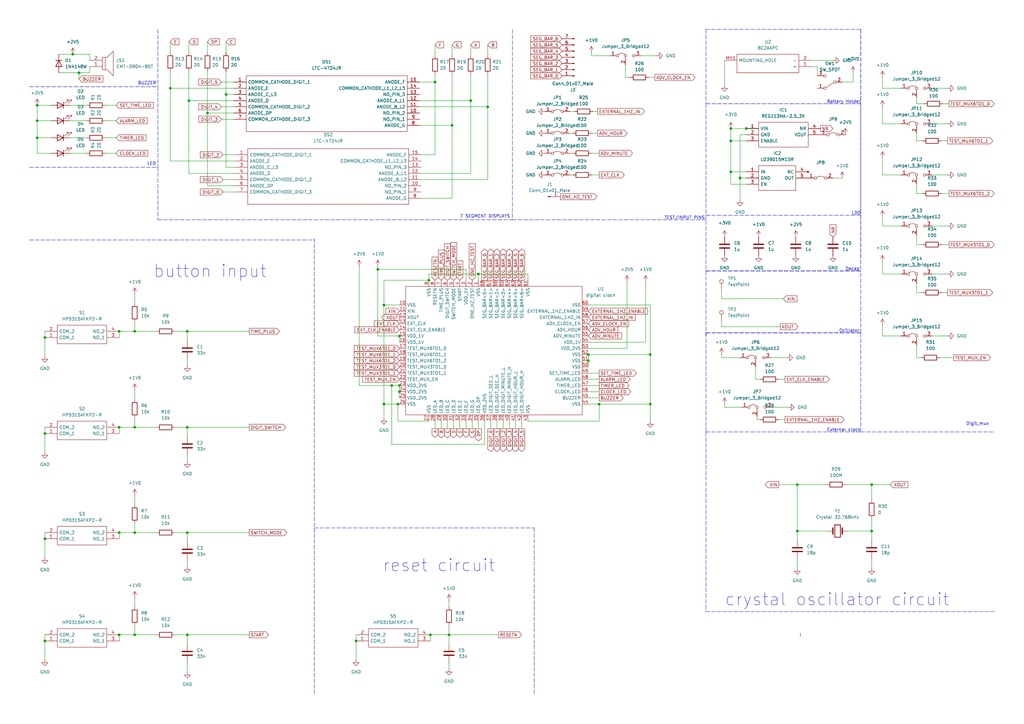
<source format=kicad_sch>
(kicad_sch (version 20211123) (generator eeschema)
  (paper "A3")
  (junction (at 29.845 22.225))
  (junction (at 327.025 198.755))
  (junction (at 55.245 135.89))
  (junction (at 15.24 43.18))
  (junction (at 18.415 220.98))
  (junction (at 193.04 41.275))
  (junction (at 18.415 177.8))
  (junction (at 15.24 49.53))
  (junction (at 175.895 114.935))
  (junction (at 146.05 262.89))
  (junction (at 299.72 52.705))
  (junction (at 48.895 218.44))
  (junction (at 76.835 218.44))
  (junction (at 92.71 38.735))
  (junction (at 69.85 36.195))
  (junction (at 178.435 33.655))
  (junction (at 303.53 73.025))
  (junction (at 299.72 57.785))
  (junction (at 85.09 46.355))
  (junction (at 15.24 56.515))
  (junction (at 76.835 135.89))
  (junction (at 55.245 260.35))
  (junction (at 48.895 135.89))
  (junction (at 163.83 137.795))
  (junction (at 306.07 52.705))
  (junction (at 163.83 160.655))
  (junction (at 163.195 165.735))
  (junction (at 299.72 70.485))
  (junction (at 18.415 262.89))
  (junction (at 245.745 165.735))
  (junction (at 357.505 217.805))
  (junction (at 76.835 175.26))
  (junction (at 157.48 125.095))
  (junction (at 163.83 158.115))
  (junction (at 55.245 175.26))
  (junction (at 160.655 158.115))
  (junction (at 266.7 145.415))
  (junction (at 200.025 43.815))
  (junction (at 154.94 110.49))
  (junction (at 48.895 175.26))
  (junction (at 196.215 112.395))
  (junction (at 48.895 260.35))
  (junction (at 176.53 260.35))
  (junction (at 241.3 147.955))
  (junction (at 157.48 165.735))
  (junction (at 266.7 165.735))
  (junction (at 357.505 198.755))
  (junction (at 185.42 51.435))
  (junction (at 241.3 145.415))
  (junction (at 327.025 217.805))
  (junction (at 76.835 260.35))
  (junction (at 77.47 41.275))
  (junction (at 32.385 29.845))
  (junction (at 18.415 138.43))
  (junction (at 184.15 260.35))
  (junction (at 55.245 218.44))
  (wire (pts (xy 77.47 41.275) (xy 95.885 41.275)))
  (wire (pts (xy 375.92 146.685) (xy 377.825 146.685)))
  (wire (pts (xy 200.025 73.66) (xy 200.025 43.815)))
  (wire (pts (xy 154.94 110.49) (xy 191.135 110.49)))
  (polyline (pts (xy 64.77 90.17) (xy 210.185 90.17)))
  (wire (pts (xy 92.71 29.21) (xy 92.71 38.735)))
  (wire (pts (xy 160.655 158.115) (xy 163.83 158.115)))
  (wire (pts (xy 76.835 229.87) (xy 76.835 232.41)))
  (polyline (pts (xy 289.56 111.125) (xy 353.06 111.125)))
  (wire (pts (xy 375.92 141.605) (xy 375.92 146.685)))
  (wire (pts (xy 332.74 27.305) (xy 335.28 27.305)))
  (polyline (pts (xy 210.185 90.17) (xy 289.56 90.17)))
  (wire (pts (xy 299.72 57.785) (xy 299.72 70.485)))
  (wire (pts (xy 375.92 120.015) (xy 378.46 120.015)))
  (wire (pts (xy 361.95 50.8) (xy 369.57 50.8)))
  (wire (pts (xy 382.27 71.755) (xy 388.62 71.755)))
  (wire (pts (xy 28.575 43.18) (xy 35.56 43.18)))
  (wire (pts (xy 76.835 135.89) (xy 102.235 135.89)))
  (wire (pts (xy 186.055 172.72) (xy 186.055 175.895)))
  (wire (pts (xy 157.48 165.735) (xy 163.195 165.735)))
  (polyline (pts (xy 353.06 136.525) (xy 289.56 136.525)))
  (wire (pts (xy 48.895 260.35) (xy 55.245 260.35)))
  (wire (pts (xy 347.345 217.805) (xy 357.505 217.805)))
  (polyline (pts (xy 64.77 35.56) (xy 64.77 68.58)))
  (wire (pts (xy 76.835 175.26) (xy 102.235 175.26)))
  (wire (pts (xy 382.27 50.8) (xy 388.62 50.8)))
  (wire (pts (xy 15.24 49.53) (xy 15.24 56.515)))
  (wire (pts (xy 28.575 49.53) (xy 35.56 49.53)))
  (wire (pts (xy 176.53 260.35) (xy 176.53 262.89)))
  (wire (pts (xy 382.27 36.195) (xy 388.62 36.195)))
  (wire (pts (xy 241.3 145.415) (xy 241.3 147.955)))
  (wire (pts (xy 36.83 29.845) (xy 32.385 29.845)))
  (wire (pts (xy 76.835 186.69) (xy 76.835 189.23)))
  (wire (pts (xy 203.835 172.72) (xy 203.835 175.895)))
  (wire (pts (xy 76.835 218.44) (xy 76.835 222.25)))
  (wire (pts (xy 55.245 218.44) (xy 64.135 218.44)))
  (wire (pts (xy 76.835 260.35) (xy 102.235 260.35)))
  (wire (pts (xy 361.95 36.195) (xy 369.57 36.195)))
  (wire (pts (xy 206.375 172.72) (xy 206.375 175.895)))
  (wire (pts (xy 163.83 137.795) (xy 163.83 140.335)))
  (wire (pts (xy 175.895 172.72) (xy 163.195 172.72)))
  (wire (pts (xy 306.07 52.705) (xy 299.72 52.705)))
  (wire (pts (xy 361.95 92.71) (xy 369.57 92.71)))
  (polyline (pts (xy 128.905 216.535) (xy 219.075 216.535)))
  (wire (pts (xy 178.435 33.655) (xy 172.085 33.655)))
  (wire (pts (xy 154.94 109.22) (xy 154.94 110.49)))
  (wire (pts (xy 91.44 78.74) (xy 96.52 78.74)))
  (wire (pts (xy 188.595 172.72) (xy 188.595 175.895)))
  (wire (pts (xy 266.7 165.735) (xy 245.745 165.735)))
  (wire (pts (xy 160.655 182.245) (xy 160.655 158.115)))
  (wire (pts (xy 309.88 155.575) (xy 309.88 150.495)))
  (wire (pts (xy 242.57 21.59) (xy 242.57 22.86)))
  (wire (pts (xy 55.245 203.2) (xy 55.245 207.01)))
  (wire (pts (xy 55.245 135.89) (xy 64.135 135.89)))
  (polyline (pts (xy 289.56 88.265) (xy 353.06 88.265)))
  (wire (pts (xy 48.895 175.26) (xy 55.245 175.26)))
  (wire (pts (xy 299.72 52.705) (xy 299.72 57.785)))
  (wire (pts (xy 311.785 155.575) (xy 309.88 155.575)))
  (wire (pts (xy 147.32 158.115) (xy 160.655 158.115)))
  (wire (pts (xy 163.195 172.72) (xy 163.195 165.735)))
  (wire (pts (xy 48.895 218.44) (xy 48.895 220.98)))
  (polyline (pts (xy 289.56 12.065) (xy 289.56 42.545)))
  (wire (pts (xy 18.415 175.26) (xy 18.415 177.8)))
  (polyline (pts (xy 12.065 35.56) (xy 64.77 35.56)))
  (wire (pts (xy 241.3 163.195) (xy 245.745 163.195)))
  (wire (pts (xy 357.505 198.755) (xy 357.505 205.105)))
  (wire (pts (xy 191.135 114.935) (xy 191.135 110.49)))
  (wire (pts (xy 311.15 52.705) (xy 306.07 52.705)))
  (wire (pts (xy 91.44 63.5) (xy 96.52 63.5)))
  (wire (pts (xy 361.95 31.75) (xy 361.95 36.195)))
  (wire (pts (xy 69.85 66.04) (xy 96.52 66.04)))
  (wire (pts (xy 242.57 54.61) (xy 245.11 54.61)))
  (wire (pts (xy 55.245 132.08) (xy 55.245 135.89)))
  (wire (pts (xy 295.91 146.685) (xy 303.53 146.685)))
  (wire (pts (xy 327.025 229.235) (xy 327.025 233.045)))
  (wire (pts (xy 157.48 171.45) (xy 157.48 165.735)))
  (wire (pts (xy 213.995 172.72) (xy 213.995 175.895)))
  (wire (pts (xy 18.415 135.89) (xy 18.415 138.43)))
  (wire (pts (xy 303.53 73.025) (xy 303.53 55.245)))
  (wire (pts (xy 245.745 172.72) (xy 245.745 165.735)))
  (polyline (pts (xy 353.06 12.065) (xy 353.06 42.545)))
  (wire (pts (xy 256.54 31.75) (xy 256.54 26.67)))
  (wire (pts (xy 349.885 33.655) (xy 349.885 29.845)))
  (wire (pts (xy 92.71 17.145) (xy 92.71 21.59)))
  (wire (pts (xy 386.715 42.545) (xy 389.255 42.545)))
  (wire (pts (xy 375.92 116.205) (xy 375.92 120.015)))
  (wire (pts (xy 18.415 138.43) (xy 18.415 146.05)))
  (wire (pts (xy 85.09 46.355) (xy 95.885 46.355)))
  (wire (pts (xy 15.24 43.18) (xy 15.24 49.53)))
  (wire (pts (xy 233.68 71.755) (xy 234.95 71.755)))
  (wire (pts (xy 185.42 51.435) (xy 172.085 51.435)))
  (wire (pts (xy 69.85 17.145) (xy 69.85 21.59)))
  (wire (pts (xy 28.575 56.515) (xy 35.56 56.515)))
  (wire (pts (xy 361.95 43.815) (xy 361.95 50.8)))
  (wire (pts (xy 184.15 260.35) (xy 204.47 260.35)))
  (wire (pts (xy 24.13 22.225) (xy 29.845 22.225)))
  (wire (pts (xy 154.94 110.49) (xy 154.94 137.795)))
  (wire (pts (xy 241.3 153.035) (xy 245.745 153.035)))
  (wire (pts (xy 18.415 220.98) (xy 18.415 228.6)))
  (wire (pts (xy 327.025 221.615) (xy 327.025 217.805)))
  (wire (pts (xy 184.15 271.78) (xy 184.15 274.32)))
  (wire (pts (xy 299.72 57.785) (xy 306.07 57.785)))
  (wire (pts (xy 18.415 218.44) (xy 18.415 220.98)))
  (polyline (pts (xy 289.56 111.125) (xy 353.06 111.125)))
  (wire (pts (xy 303.53 73.025) (xy 306.07 73.025)))
  (wire (pts (xy 185.42 81.28) (xy 172.72 81.28)))
  (polyline (pts (xy 353.06 42.545) (xy 353.06 42.545)))
  (wire (pts (xy 295.91 131.445) (xy 295.91 133.985)))
  (wire (pts (xy 295.91 118.745) (xy 295.91 122.555)))
  (wire (pts (xy 85.09 29.21) (xy 85.09 46.355)))
  (wire (pts (xy 295.91 145.415) (xy 295.91 146.685)))
  (polyline (pts (xy 353.06 42.545) (xy 289.56 42.545)))
  (wire (pts (xy 48.895 218.44) (xy 55.245 218.44)))
  (wire (pts (xy 266.7 172.72) (xy 266.7 165.735)))
  (wire (pts (xy 180.975 172.72) (xy 180.975 175.895)))
  (wire (pts (xy 242.57 22.86) (xy 250.19 22.86)))
  (wire (pts (xy 32.385 29.845) (xy 32.385 32.385)))
  (wire (pts (xy 43.18 49.53) (xy 47.625 49.53)))
  (wire (pts (xy 55.245 120.65) (xy 55.245 124.46)))
  (wire (pts (xy 327.025 217.805) (xy 327.025 198.755)))
  (wire (pts (xy 327.025 198.755) (xy 339.09 198.755)))
  (wire (pts (xy 85.09 17.145) (xy 85.09 21.59)))
  (wire (pts (xy 185.42 51.435) (xy 185.42 81.28)))
  (wire (pts (xy 178.435 63.5) (xy 172.72 63.5)))
  (wire (pts (xy 316.23 146.685) (xy 322.58 146.685)))
  (wire (pts (xy 375.92 79.375) (xy 375.92 75.565)))
  (wire (pts (xy 15.24 49.53) (xy 20.955 49.53)))
  (polyline (pts (xy 353.06 88.265) (xy 353.06 111.125)))
  (polyline (pts (xy 12.065 98.425) (xy 128.905 98.425)))
  (wire (pts (xy 15.24 43.18) (xy 20.955 43.18)))
  (wire (pts (xy 55.245 175.26) (xy 64.135 175.26)))
  (wire (pts (xy 176.53 260.35) (xy 184.15 260.35)))
  (wire (pts (xy 241.3 155.575) (xy 245.745 155.575)))
  (wire (pts (xy 92.71 68.58) (xy 96.52 68.58)))
  (wire (pts (xy 157.48 114.935) (xy 157.48 125.095)))
  (wire (pts (xy 357.505 217.805) (xy 357.505 221.615)))
  (wire (pts (xy 243.205 45.72) (xy 245.11 45.72)))
  (wire (pts (xy 266.7 125.095) (xy 266.7 145.415)))
  (wire (pts (xy 361.95 107.315) (xy 361.95 112.395)))
  (polyline (pts (xy 289.56 250.825) (xy 408.305 250.825)))
  (wire (pts (xy 264.795 140.335) (xy 241.3 140.335)))
  (wire (pts (xy 242.57 71.755) (xy 245.745 71.755)))
  (wire (pts (xy 183.515 172.72) (xy 183.515 175.895)))
  (wire (pts (xy 147.32 109.22) (xy 147.32 158.115)))
  (wire (pts (xy 361.95 88.9) (xy 361.95 92.71)))
  (wire (pts (xy 18.415 260.35) (xy 18.415 262.89)))
  (wire (pts (xy 241.3 158.115) (xy 245.745 158.115)))
  (wire (pts (xy 193.04 71.12) (xy 172.72 71.12)))
  (wire (pts (xy 178.435 30.48) (xy 178.435 33.655)))
  (wire (pts (xy 43.18 62.865) (xy 47.625 62.865)))
  (polyline (pts (xy 289.56 12.065) (xy 353.06 12.065)))
  (wire (pts (xy 15.24 56.515) (xy 15.24 62.865)))
  (wire (pts (xy 185.42 18.415) (xy 185.42 22.86)))
  (wire (pts (xy 382.27 112.395) (xy 388.62 112.395)))
  (wire (pts (xy 357.505 212.725) (xy 357.505 217.805)))
  (wire (pts (xy 211.455 172.72) (xy 211.455 175.895)))
  (wire (pts (xy 28.575 62.865) (xy 35.56 62.865)))
  (wire (pts (xy 316.865 167.005) (xy 323.215 167.005)))
  (wire (pts (xy 77.47 29.21) (xy 77.47 41.275)))
  (wire (pts (xy 85.09 46.355) (xy 85.09 76.2)))
  (wire (pts (xy 299.72 70.485) (xy 306.07 70.485)))
  (wire (pts (xy 76.835 218.44) (xy 102.235 218.44)))
  (wire (pts (xy 185.42 30.48) (xy 185.42 51.435)))
  (polyline (pts (xy 289.56 177.165) (xy 353.06 177.165)))
  (wire (pts (xy 76.835 260.35) (xy 76.835 264.16)))
  (wire (pts (xy 154.94 137.795) (xy 163.83 137.795)))
  (wire (pts (xy 36.83 27.305) (xy 36.83 29.845)))
  (wire (pts (xy 264.795 115.57) (xy 264.795 140.335)))
  (wire (pts (xy 257.175 115.57) (xy 257.175 142.875)))
  (wire (pts (xy 69.85 36.195) (xy 69.85 66.04)))
  (wire (pts (xy 242.57 62.865) (xy 245.745 62.865)))
  (wire (pts (xy 386.08 120.015) (xy 388.62 120.015)))
  (wire (pts (xy 361.95 112.395) (xy 369.57 112.395)))
  (wire (pts (xy 245.745 165.735) (xy 241.3 165.735)))
  (wire (pts (xy 361.95 71.755) (xy 369.57 71.755)))
  (polyline (pts (xy 289.56 136.525) (xy 289.56 137.795)))
  (polyline (pts (xy 289.56 136.525) (xy 353.06 136.525)))
  (wire (pts (xy 18.415 262.89) (xy 18.415 270.51)))
  (wire (pts (xy 233.68 45.72) (xy 235.585 45.72)))
  (wire (pts (xy 178.435 33.655) (xy 178.435 63.5)))
  (wire (pts (xy 69.85 36.195) (xy 95.885 36.195)))
  (wire (pts (xy 375.92 100.33) (xy 378.46 100.33)))
  (wire (pts (xy 375.92 57.785) (xy 375.92 54.61)))
  (wire (pts (xy 146.05 262.89) (xy 146.05 270.51)))
  (wire (pts (xy 310.515 172.085) (xy 311.785 172.085)))
  (wire (pts (xy 382.27 137.795) (xy 388.62 137.795)))
  (wire (pts (xy 319.405 172.085) (xy 321.945 172.085)))
  (wire (pts (xy 266.065 31.75) (xy 268.605 31.75)))
  (wire (pts (xy 163.83 160.655) (xy 163.83 163.195)))
  (wire (pts (xy 55.245 160.02) (xy 55.245 163.83)))
  (wire (pts (xy 172.72 73.66) (xy 200.025 73.66)))
  (polyline (pts (xy 289.56 177.165) (xy 289.56 250.825)))
  (wire (pts (xy 36.83 22.225) (xy 36.83 24.765)))
  (wire (pts (xy 303.53 55.245) (xy 306.07 55.245)))
  (wire (pts (xy 163.195 165.735) (xy 163.83 165.735)))
  (wire (pts (xy 310.515 170.815) (xy 310.515 172.085)))
  (wire (pts (xy 241.3 145.415) (xy 266.7 145.415)))
  (wire (pts (xy 258.445 31.75) (xy 256.54 31.75)))
  (wire (pts (xy 43.18 56.515) (xy 47.625 56.515)))
  (wire (pts (xy 332.74 24.765) (xy 341.63 24.765)))
  (wire (pts (xy 375.92 57.785) (xy 378.46 57.785)))
  (wire (pts (xy 241.3 125.095) (xy 266.7 125.095)))
  (wire (pts (xy 175.895 112.395) (xy 196.215 112.395)))
  (wire (pts (xy 295.91 122.555) (xy 321.31 122.555)))
  (wire (pts (xy 193.04 18.415) (xy 193.04 22.86)))
  (wire (pts (xy 184.15 256.54) (xy 184.15 260.35)))
  (wire (pts (xy 76.835 175.26) (xy 76.835 179.07)))
  (wire (pts (xy 361.95 133.35) (xy 361.95 137.795)))
  (wire (pts (xy 233.68 62.865) (xy 234.95 62.865)))
  (wire (pts (xy 375.92 42.545) (xy 375.92 40.005)))
  (wire (pts (xy 85.09 76.2) (xy 96.52 76.2)))
  (wire (pts (xy 375.92 96.52) (xy 375.92 100.33)))
  (polyline (pts (xy 353.06 85.725) (xy 353.06 106.045)))
  (wire (pts (xy 361.95 64.77) (xy 361.95 71.755)))
  (polyline (pts (xy 128.905 97.79) (xy 128.905 284.48)))
  (wire (pts (xy 382.27 92.71) (xy 388.62 92.71)))
  (wire (pts (xy 200.025 18.415) (xy 200.025 22.86)))
  (wire (pts (xy 193.675 172.72) (xy 193.675 175.895)))
  (wire (pts (xy 345.44 33.655) (xy 349.885 33.655)))
  (wire (pts (xy 386.08 79.375) (xy 389.255 79.375)))
  (wire (pts (xy 201.295 172.72) (xy 201.295 175.895)))
  (wire (pts (xy 43.18 43.18) (xy 47.625 43.18)))
  (polyline (pts (xy 210.185 12.065) (xy 210.185 90.17)))
  (wire (pts (xy 196.215 114.935) (xy 196.215 112.395)))
  (wire (pts (xy 193.04 41.275) (xy 193.04 71.12)))
  (wire (pts (xy 299.72 75.565) (xy 306.07 75.565)))
  (wire (pts (xy 191.135 172.72) (xy 191.135 175.895)))
  (polyline (pts (xy 12.065 68.58) (xy 64.77 68.58)))
  (wire (pts (xy 76.835 271.78) (xy 76.835 275.59)))
  (wire (pts (xy 196.215 172.72) (xy 196.215 175.895)))
  (wire (pts (xy 303.53 81.915) (xy 303.53 73.025)))
  (wire (pts (xy 299.72 70.485) (xy 299.72 75.565)))
  (wire (pts (xy 157.48 125.095) (xy 157.48 165.735)))
  (wire (pts (xy 172.085 43.815) (xy 200.025 43.815)))
  (wire (pts (xy 55.245 171.45) (xy 55.245 175.26)))
  (wire (pts (xy 20.955 62.865) (xy 15.24 62.865)))
  (wire (pts (xy 163.83 158.115) (xy 163.83 160.655)))
  (wire (pts (xy 198.755 172.72) (xy 198.755 182.245)))
  (wire (pts (xy 48.895 175.26) (xy 48.895 177.8)))
  (polyline (pts (xy 353.06 12.065) (xy 353.06 85.725)))
  (wire (pts (xy 69.85 29.21) (xy 69.85 36.195)))
  (polyline (pts (xy 328.295 259.715) (xy 328.295 260.985)))
  (wire (pts (xy 196.215 112.395) (xy 216.535 112.395)))
  (wire (pts (xy 55.245 245.11) (xy 55.245 248.92)))
  (wire (pts (xy 386.08 100.33) (xy 389.255 100.33)))
  (wire (pts (xy 29.845 22.225) (xy 36.83 22.225)))
  (wire (pts (xy 55.245 256.54) (xy 55.245 260.35)))
  (wire (pts (xy 91.44 73.66) (xy 96.52 73.66)))
  (polyline (pts (xy 353.06 177.165) (xy 407.67 177.165)))
  (wire (pts (xy 257.175 142.875) (xy 241.3 142.875)))
  (wire (pts (xy 178.435 18.415) (xy 178.435 22.86)))
  (polyline (pts (xy 353.06 177.165) (xy 353.06 136.525)))
  (wire (pts (xy 163.83 125.095) (xy 157.48 125.095)))
  (polyline (pts (xy 289.56 42.545) (xy 289.56 88.265)))
  (wire (pts (xy 90.805 48.895) (xy 95.885 48.895)))
  (wire (pts (xy 18.415 177.8) (xy 18.415 185.42)))
  (wire (pts (xy 341.63 73.025) (xy 345.44 73.025)))
  (wire (pts (xy 71.755 218.44) (xy 76.835 218.44)))
  (polyline (pts (xy 289.56 111.125) (xy 289.56 136.525)))
  (wire (pts (xy 48.895 135.89) (xy 55.245 135.89)))
  (wire (pts (xy 297.18 165.735) (xy 297.18 167.005)))
  (polyline (pts (xy 64.77 12.065) (xy 64.77 35.56)))
  (wire (pts (xy 71.755 175.26) (xy 76.835 175.26)))
  (wire (pts (xy 55.245 214.63) (xy 55.245 218.44)))
  (wire (pts (xy 193.04 30.48) (xy 193.04 41.275)))
  (polyline (pts (xy 289.56 88.265) (xy 289.56 111.125)))
  (wire (pts (xy 386.08 57.785) (xy 388.62 57.785)))
  (wire (pts (xy 319.405 198.755) (xy 327.025 198.755)))
  (polyline (pts (xy 353.06 136.525) (xy 353.06 111.125)))
  (wire (pts (xy 178.435 172.72) (xy 178.435 175.895)))
  (wire (pts (xy 175.895 112.395) (xy 175.895 114.935)))
  (wire (pts (xy 90.805 43.815) (xy 95.885 43.815)))
  (wire (pts (xy 319.405 155.575) (xy 321.945 155.575)))
  (wire (pts (xy 90.805 33.655) (xy 95.885 33.655)))
  (wire (pts (xy 92.71 38.735) (xy 92.71 68.58)))
  (wire (pts (xy 216.535 172.72) (xy 245.745 172.72)))
  (wire (pts (xy 76.835 147.32) (xy 76.835 149.86)))
  (wire (pts (xy 76.835 135.89) (xy 76.835 139.7)))
  (wire (pts (xy 361.95 137.795) (xy 369.57 137.795)))
  (wire (pts (xy 77.47 71.12) (xy 96.52 71.12)))
  (wire (pts (xy 297.18 24.765) (xy 297.18 34.925)))
  (wire (pts (xy 32.385 29.845) (xy 24.13 29.845)))
  (wire (pts (xy 297.18 167.005) (xy 304.165 167.005)))
  (polyline (pts (xy 353.06 88.265) (xy 353.06 88.265)))
  (wire (pts (xy 335.28 27.305) (xy 335.28 31.115)))
  (wire (pts (xy 375.92 79.375) (xy 378.46 79.375)))
  (wire (pts (xy 375.92 42.545) (xy 379.095 42.545)))
  (wire (pts (xy 175.895 114.935) (xy 157.48 114.935)))
  (wire (pts (xy 233.68 54.61) (xy 234.95 54.61)))
  (polyline (pts (xy 64.77 68.58) (xy 64.77 90.17)))
  (wire (pts (xy 71.755 135.89) (xy 76.835 135.89)))
  (wire (pts (xy 241.3 147.955) (xy 241.3 150.495)))
  (wire (pts (xy 346.71 198.755) (xy 357.505 198.755)))
  (wire (pts (xy 266.7 145.415) (xy 266.7 165.735)))
  (wire (pts (xy 77.47 41.275) (xy 77.47 71.12)))
  (wire (pts (xy 357.505 198.755) (xy 365.125 198.755)))
  (wire (pts (xy 172.085 41.275) (xy 193.04 41.275)))
  (wire (pts (xy 216.535 114.935) (xy 216.535 112.395)))
  (wire (pts (xy 15.24 56.515) (xy 20.955 56.515)))
  (wire (pts (xy 295.91 133.985) (xy 320.04 133.985)))
  (wire (pts (xy 184.15 260.35) (xy 184.15 264.16)))
  (wire (pts (xy 184.15 246.38) (xy 184.15 248.92)))
  (polyline (pts (xy 219.075 216.535) (xy 219.075 285.115)))
  (wire (pts (xy 262.89 22.86) (xy 269.24 22.86)))
  (wire (pts (xy 146.05 260.35) (xy 146.05 262.89)))
  (wire (pts (xy 241.3 160.655) (xy 245.745 160.655)))
  (wire (pts (xy 48.895 260.35) (xy 48.895 262.89)))
  (wire (pts (xy 208.915 172.72) (xy 208.915 175.895)))
  (polyline (pts (xy 353.06 42.545) (xy 353.06 88.265)))
  (wire (pts (xy 48.895 135.89) (xy 48.895 138.43)))
  (wire (pts (xy 77.47 17.145) (xy 77.47 21.59)))
  (wire (pts (xy 357.505 229.235) (xy 357.505 233.045)))
  (wire (pts (xy 92.71 38.735) (xy 95.885 38.735)))
  (wire (pts (xy 71.755 260.35) (xy 76.835 260.35)))
  (polyline (pts (xy 289.56 136.525) (xy 289.56 177.165)))
  (wire (pts (xy 55.245 260.35) (xy 64.135 260.35)))
  (wire (pts (xy 198.755 182.245) (xy 160.655 182.245)))
  (wire (pts (xy 327.025 217.805) (xy 339.725 217.805)))
  (wire (pts (xy 200.025 30.48) (xy 200.025 43.815)))
  (wire (pts (xy 385.445 146.685) (xy 391.16 146.685)))
  (text "External clock" (at 339.09 177.165 0) (effects (font (size 1.27 1.27)) (justify left bottom)))
  (text "TEST/INPUT PINS" (at 272.415 90.17 0) (effects (font (size 1.27 1.27)) (justify left bottom)))
  (text "button input" (at 62.865 114.3 0) (effects (font (size 5 5)) (justify left bottom)))
  (text "BUZZER\n" (at 56.515 34.925 0) (effects (font (size 1.27 1.27)) (justify left bottom)))
  (text "Decap" (at 346.71 111.125 0) (effects (font (size 1.27 1.27)) (justify left bottom)))
  (text "crystal oscillator circuit" (at 297.18 248.92 0) (effects (font (size 5 5)) (justify left bottom)))
  (text "Ocillator" (at 344.17 136.525 0) (effects (font (size 1.27 1.27)) (justify left bottom)))
  (text "7 SEGMENT DISPLAYS\n" (at 188.595 89.535 0) (effects (font (size 1.27 1.27)) (justify left bottom)))
  (text "LDO" (at 349.25 88.265 0) (effects (font (size 1.27 1.27)) (justify left bottom)))
  (text "reset circuit" (at 156.845 234.95 0) (effects (font (size 5 5)) (justify left bottom)))
  (text "Battery Holder" (at 339.09 42.545 0) (effects (font (size 1.27 1.27)) (justify left bottom)))
  (text "LED" (at 60.325 67.945 0) (effects (font (size 1.27 1.27)) (justify left bottom)))
  (text "Digit_mux" (at 396.24 174.625 0) (effects (font (size 1.27 1.27)) (justify left bottom)))
  (global_label "E" (shape input) (at 69.85 17.145 0) (property "Intersheet References" "${INTERSHEET_REFS}" (effects hide)))
  (global_label "RESETN" (shape input) (at 178.435 114.935 90) (property "Intersheet References" "${INTERSHEET_REFS}" (effects hide)))
  (global_label "C" (shape output) (at 183.515 175.895 270) (property "Intersheet References" "${INTERSHEET_REFS}" (effects hide)))
  (global_label "ADV_HOUR" (shape input) (at 241.3 135.255 0) (property "Intersheet References" "${INTERSHEET_REFS}" (effects hide)))
  (global_label "D" (shape input) (at 77.47 17.145 0) (property "Intersheet References" "${INTERSHEET_REFS}" (effects hide)))
  (global_label "F" (shape input) (at 178.435 18.415 0) (property "Intersheet References" "${INTERSHEET_REFS}" (effects hide)))
  (global_label "EXTERNAL_1HZ_IN" (shape output) (at 245.11 45.72 0) (property "Intersheet References" "${INTERSHEET_REFS}" (effects hide)))
  (global_label "TEST_MUX3TO1_0" (shape input) (at 163.83 150.495 180) (property "Intersheet References" "${INTERSHEET_REFS}" (effects hide)))
  (global_label "DIGIT_1" (shape input) (at 91.44 73.66 180) (property "Intersheet References" "${INTERSHEET_REFS}" (effects hide)))
  (global_label "EXTERNAL_1HZ_ENABLE" (shape input) (at 241.3 127.635 0) (property "Intersheet References" "${INTERSHEET_REFS}" (effects hide)))
  (global_label "TEST_MUX3TO1_0" (shape output) (at 389.255 100.33 0) (property "Intersheet References" "${INTERSHEET_REFS}" (effects hide)))
  (global_label "TEST_MUX6TO1_1" (shape input) (at 163.83 145.415 180) (property "Intersheet References" "${INTERSHEET_REFS}" (effects hide)))
  (global_label "ADV_CLOCK_EN" (shape output) (at 268.605 31.75 0) (property "Intersheet References" "${INTERSHEET_REFS}" (effects hide)))
  (global_label "SWITCH_MODE" (shape output) (at 102.235 218.44 0) (property "Intersheet References" "${INTERSHEET_REFS}" (effects hide)))
  (global_label "DIGIT_3" (shape output) (at 208.915 175.895 270) (property "Intersheet References" "${INTERSHEET_REFS}" (effects hide)))
  (global_label "EXT_CLK" (shape output) (at 245.745 71.755 0) (property "Intersheet References" "${INTERSHEET_REFS}" (effects hide)))
  (global_label "START" (shape input) (at 188.595 114.935 90) (property "Intersheet References" "${INTERSHEET_REFS}" (effects hide)))
  (global_label "TEST_MUX3TO1_1" (shape output) (at 388.62 120.015 0) (property "Intersheet References" "${INTERSHEET_REFS}" (effects hide)))
  (global_label "RESETN" (shape output) (at 204.47 260.35 0) (property "Intersheet References" "${INTERSHEET_REFS}" (effects hide)))
  (global_label "EXTERNAL_1HZ_IN" (shape input) (at 241.3 130.175 0) (property "Intersheet References" "${INTERSHEET_REFS}" (effects hide)))
  (global_label "DIGIT_5" (shape input) (at 90.805 33.655 180) (property "Intersheet References" "${INTERSHEET_REFS}" (effects hide)))
  (global_label "DIGIT_5" (shape output) (at 213.995 175.895 270) (property "Intersheet References" "${INTERSHEET_REFS}" (effects hide)))
  (global_label "A" (shape input) (at 193.04 18.415 0) (property "Intersheet References" "${INTERSHEET_REFS}" (effects hide)))
  (global_label "B" (shape input) (at 200.025 18.415 0) (property "Intersheet References" "${INTERSHEET_REFS}" (effects hide)))
  (global_label "SEG_BAR_5" (shape output) (at 211.455 114.935 90) (property "Intersheet References" "${INTERSHEET_REFS}" (effects hide)))
  (global_label "DIGIT_4" (shape input) (at 90.805 43.815 180) (property "Intersheet References" "${INTERSHEET_REFS}" (effects hide)))
  (global_label "TIMER_LED" (shape output) (at 245.745 158.115 0) (property "Intersheet References" "${INTERSHEET_REFS}" (effects hide)))
  (global_label "NR" (shape output) (at 336.55 52.705 0) (property "Intersheet References" "${INTERSHEET_REFS}" (effects hide)))
  (global_label "E" (shape output) (at 188.595 175.895 270) (property "Intersheet References" "${INTERSHEET_REFS}" (effects hide)))
  (global_label "ALARM_LED" (shape input) (at 47.625 49.53 0) (property "Intersheet References" "${INTERSHEET_REFS}" (effects hide)))
  (global_label "TIME_PLUS" (shape output) (at 102.235 135.89 0) (property "Intersheet References" "${INTERSHEET_REFS}" (effects hide)))
  (global_label "TEST_MUX6TO1_0" (shape input) (at 163.83 142.875 180) (property "Intersheet References" "${INTERSHEET_REFS}" (effects hide)))
  (global_label "XOUT" (shape output) (at 163.83 130.175 180) (property "Intersheet References" "${INTERSHEET_REFS}" (effects hide)))
  (global_label "SEG_BAR_2" (shape output) (at 203.835 114.935 90) (property "Intersheet References" "${INTERSHEET_REFS}" (effects hide)))
  (global_label "DIGIT_4" (shape output) (at 211.455 175.895 270) (property "Intersheet References" "${INTERSHEET_REFS}" (effects hide)))
  (global_label "DIGIT_SWITCH" (shape input) (at 183.515 114.935 90) (property "Intersheet References" "${INTERSHEET_REFS}" (effects hide)))
  (global_label "DIGIT_0" (shape input) (at 91.44 78.74 180) (property "Intersheet References" "${INTERSHEET_REFS}" (effects hide)))
  (global_label "TEST_MUX_EN" (shape output) (at 391.16 146.685 0) (property "Intersheet References" "${INTERSHEET_REFS}" (effects hide)))
  (global_label "XIN" (shape input) (at 321.31 122.555 0) (property "Intersheet References" "${INTERSHEET_REFS}" (effects hide)))
  (global_label "G" (shape input) (at 185.42 18.415 0) (property "Intersheet References" "${INTERSHEET_REFS}" (effects hide)))
  (global_label "SEG_BAR_4" (shape input) (at 230.505 20.955 180) (property "Intersheet References" "${INTERSHEET_REFS}" (effects hide)))
  (global_label "CLOCK_LED" (shape output) (at 245.745 160.655 0) (property "Intersheet References" "${INTERSHEET_REFS}" (effects hide)))
  (global_label "ADV_HOUR" (shape output) (at 245.11 54.61 0) (property "Intersheet References" "${INTERSHEET_REFS}" (effects hide)))
  (global_label "SEG_BAR_1" (shape output) (at 201.295 114.935 90) (property "Intersheet References" "${INTERSHEET_REFS}" (effects hide)))
  (global_label "SEG_BAR_1" (shape input) (at 230.505 28.575 180) (property "Intersheet References" "${INTERSHEET_REFS}" (effects hide)))
  (global_label "F" (shape output) (at 191.135 175.895 270) (property "Intersheet References" "${INTERSHEET_REFS}" (effects hide)))
  (global_label "ONE_HZ_TEST" (shape output) (at 229.87 80.645 0) (property "Intersheet References" "${INTERSHEET_REFS}" (effects hide)))
  (global_label "SEG_BAR_3" (shape output) (at 206.375 114.935 90) (property "Intersheet References" "${INTERSHEET_REFS}" (effects hide)))
  (global_label "SEG_BAR_2" (shape input) (at 230.505 26.035 180) (property "Intersheet References" "${INTERSHEET_REFS}" (effects hide)))
  (global_label "TEST_MUX_EN" (shape input) (at 163.83 155.575 180) (property "Intersheet References" "${INTERSHEET_REFS}" (effects hide)))
  (global_label "SEG_BAR_6" (shape input) (at 230.505 15.875 180) (property "Intersheet References" "${INTERSHEET_REFS}" (effects hide)))
  (global_label "C" (shape input) (at 92.71 17.145 0) (property "Intersheet References" "${INTERSHEET_REFS}" (effects hide)))
  (global_label "SEG_BAR_6" (shape output) (at 213.995 114.935 90) (property "Intersheet References" "${INTERSHEET_REFS}" (effects hide)))
  (global_label "ONE_HZ_TEST" (shape input) (at 193.675 114.935 90) (property "Intersheet References" "${INTERSHEET_REFS}" (effects hide)))
  (global_label "BUZZER" (shape input) (at 32.385 32.385 0) (property "Intersheet References" "${INTERSHEET_REFS}" (effects hide)))
  (global_label "A" (shape output) (at 178.435 175.895 270) (property "Intersheet References" "${INTERSHEET_REFS}" (effects hide)))
  (global_label "DIGIT_2" (shape output) (at 206.375 175.895 270) (property "Intersheet References" "${INTERSHEET_REFS}" (effects hide)))
  (global_label "TIMER_LED" (shape input) (at 47.625 56.515 0) (property "Intersheet References" "${INTERSHEET_REFS}" (effects hide)))
  (global_label "NR" (shape input) (at 341.63 97.155 90) (property "Intersheet References" "${INTERSHEET_REFS}" (effects hide)))
  (global_label "SET_TIME_LED" (shape output) (at 245.745 153.035 0) (property "Intersheet References" "${INTERSHEET_REFS}" (effects hide)))
  (global_label "SEG_BAR_0" (shape output) (at 198.755 114.935 90) (property "Intersheet References" "${INTERSHEET_REFS}" (effects hide)))
  (global_label "DIGIT_2" (shape input) (at 91.44 63.5 180) (property "Intersheet References" "${INTERSHEET_REFS}" (effects hide)))
  (global_label "TEST_MUX6TO1_2" (shape input) (at 163.83 147.955 180) (property "Intersheet References" "${INTERSHEET_REFS}" (effects hide)))
  (global_label "SEG_BAR_0" (shape input) (at 230.505 31.115 180) (property "Intersheet References" "${INTERSHEET_REFS}" (effects hide)))
  (global_label "SWITCH_MODE" (shape input) (at 186.055 114.935 90) (property "Intersheet References" "${INTERSHEET_REFS}" (effects hide)))
  (global_label "DIGIT_3" (shape input) (at 90.805 48.895 180) (property "Intersheet References" "${INTERSHEET_REFS}" (effects hide)))
  (global_label "XOUT" (shape output) (at 320.04 133.985 0) (property "Intersheet References" "${INTERSHEET_REFS}" (effects hide)))
  (global_label "SET_TIME_LED" (shape input) (at 47.625 43.18 0) (property "Intersheet References" "${INTERSHEET_REFS}" (effects hide)))
  (global_label "TEST_MUX6TO1_1" (shape output) (at 388.62 57.785 0) (property "Intersheet References" "${INTERSHEET_REFS}" (effects hide)))
  (global_label "EXT_CLK_ENABLE" (shape input) (at 163.83 135.255 180) (property "Intersheet References" "${INTERSHEET_REFS}" (effects hide)))
  (global_label "START" (shape output) (at 102.235 260.35 0) (property "Intersheet References" "${INTERSHEET_REFS}" (effects hide)))
  (global_label "TIME_PLUS" (shape input) (at 180.975 114.935 90) (property "Intersheet References" "${INTERSHEET_REFS}" (effects hide)))
  (global_label "EXTERNAL_1HZ_ENABLE" (shape output) (at 321.945 172.085 0) (property "Intersheet References" "${INTERSHEET_REFS}" (effects hide)))
  (global_label "DIGIT_1" (shape output) (at 203.835 175.895 270) (property "Intersheet References" "${INTERSHEET_REFS}" (effects hide)))
  (global_label "DIGIT_SWITCH" (shape output) (at 102.235 175.26 0) (property "Intersheet References" "${INTERSHEET_REFS}" (effects hide)))
  (global_label "TEST_MUX6TO1_2" (shape output) (at 389.255 79.375 0) (property "Intersheet References" "${INTERSHEET_REFS}" (effects hide)))
  (global_label "TEST_MUX3TO1_1" (shape input) (at 163.83 153.035 180) (property "Intersheet References" "${INTERSHEET_REFS}" (effects hide)))
  (global_label "XIN" (shape input) (at 163.83 127.635 180) (property "Intersheet References" "${INTERSHEET_REFS}" (effects hide)))
  (global_label "DP" (shape input) (at 85.09 17.145 0) (property "Intersheet References" "${INTERSHEET_REFS}" (effects hide)))
  (global_label "ADV_CLOCK_EN" (shape input) (at 241.3 132.715 0) (property "Intersheet References" "${INTERSHEET_REFS}" (effects hide)))
  (global_label "G" (shape output) (at 193.675 175.895 270) (property "Intersheet References" "${INTERSHEET_REFS}" (effects hide)))
  (global_label "ALARM_LED" (shape output) (at 245.745 155.575 0) (property "Intersheet References" "${INTERSHEET_REFS}" (effects hide)))
  (global_label "DP" (shape output) (at 196.215 175.895 270) (property "Intersheet References" "${INTERSHEET_REFS}" (effects hide)))
  (global_label "XOUT" (shape input) (at 365.125 198.755 0) (property "Intersheet References" "${INTERSHEET_REFS}" (effects hide)))
  (global_label "XIN" (shape output) (at 319.405 198.755 180) (property "Intersheet References" "${INTERSHEET_REFS}" (effects hide)))
  (global_label "EXT_CLK" (shape input) (at 163.83 132.715 180) (property "Intersheet References" "${INTERSHEET_REFS}" (effects hide)))
  (global_label "SEG_BAR_3" (shape input) (at 230.505 23.495 180) (property "Intersheet References" "${INTERSHEET_REFS}" (effects hide)))
  (global_label "EXT_CLK_ENABLE" (shape output) (at 321.945 155.575 0) (property "Intersheet References" "${INTERSHEET_REFS}" (effects hide)))
  (global_label "SEG_BAR_4" (shape output) (at 208.915 114.935 90) (property "Intersheet References" "${INTERSHEET_REFS}" (effects hide)))
  (global_label "CLOCK_LED" (shape input) (at 47.625 62.865 0) (property "Intersheet References" "${INTERSHEET_REFS}" (effects hide)))
  (global_label "B" (shape output) (at 180.975 175.895 270) (property "Intersheet References" "${INTERSHEET_REFS}" (effects hide)))
  (global_label "D" (shape output) (at 186.055 175.895 270) (property "Intersheet References" "${INTERSHEET_REFS}" (effects hide)))
  (global_label "SEG_BAR_5" (shape input) (at 230.505 18.415 180) (property "Intersheet References" "${INTERSHEET_REFS}" (effects hide)))
  (global_label "TEST_MUX6TO1_0" (shape output) (at 389.255 42.545 0) (property "Intersheet References" "${INTERSHEET_REFS}" (effects hide)))
  (global_label "ADV_MINUTE" (shape input) (at 241.3 137.795 0) (property "Intersheet References" "${INTERSHEET_REFS}" (effects hide)))
  (global_label "ADV_MINUTE" (shape output) (at 245.745 62.865 0) (property "Intersheet References" "${INTERSHEET_REFS}" (effects hide)))
  (global_label "DIGIT_0" (shape output) (at 201.295 175.895 270) (property "Intersheet References" "${INTERSHEET_REFS}" (effects hide)))
  (global_label "BUZZER" (shape output) (at 245.745 163.195 0) (property "Intersheet References" "${INTERSHEET_REFS}" (effects hide)))
  (symbol (lib_id "power:+2V5") (at 147.32 109.22 0) (unit 1)
    (property "Reference" "#PWR016" (effects hide))
    (property "Value" "+2V5" (at 147.32 104.14 0))
  )
  (symbol (lib_id "power:+1V0") (at 311.15 97.155 0) (unit 1)
    (property "Reference" "#PWR037" (effects hide))
    (property "Value" "+1V0" (at 311.15 92.075 0))
  )
  (symbol (lib_id "Jumper:Jumper_3_Bridged12") (at 375.92 36.195 0) (unit 1)
    (property "Reference" "JP10" (at 375.92 29.845 0))
    (property "Value" "Jumper_3_Bridged12" (at 375.92 32.385 0))
    (property "Footprint" "Connector_PinHeader_2.54mm:PinHeader_1x03_P2.54mm_Vertical" (effects hide))
  )
  (symbol (lib_id "Device:C") (at 357.505 225.425 0) (unit 1)
    (property "Reference" "C11" (at 361.315 224.1549 0) (effects (justify left)))
    (property "Value" "18p" (at 361.315 226.6949 0) (effects (justify left)))
    (property "Footprint" "Capacitor_SMD:C_1206_3216Metric_Pad1.33x1.80mm_HandSolder" (effects hide))
  )
  (symbol (lib_id "power:GND") (at 269.24 22.86 90) (unit 1)
    (property "Reference" "#PWR029" (effects hide))
    (property "Value" "GND" (at 273.05 22.8599 90) (effects (justify right)))
  )
  (symbol (lib_id "Device:R") (at 85.09 25.4 0) (unit 1)
    (property "Reference" "R15" (at 86.995 24.1299 0) (effects (justify left)))
    (property "Value" "20" (at 86.995 26.6699 0) (effects (justify left)))
    (property "Footprint" "Resistor_SMD:R_0603_1608Metric_Pad0.98x0.95mm_HandSolder" (effects hide))
  )
  (symbol (lib_id "Device:R") (at 357.505 208.915 180) (unit 1)
    (property "Reference" "R30" (at 360.045 207.6449 0) (effects (justify right)))
    (property "Value" "0" (at 360.045 210.1849 0) (effects (justify right)))
    (property "Footprint" "Resistor_SMD:R_1206_3216Metric_Pad1.30x1.75mm_HandSolder" (effects hide))
  )
  (symbol (lib_id "power:GND") (at 388.62 92.71 90) (unit 1)
    (property "Reference" "#PWR059" (effects hide))
    (property "Value" "GND" (at 392.43 92.7099 90) (effects (justify right)))
  )
  (symbol (lib_id "Device:R") (at 67.945 175.26 90) (unit 1)
    (property "Reference" "R10" (at 67.945 168.91 90))
    (property "Value" "10k" (at 67.945 171.45 90))
    (property "Footprint" "Resistor_SMD:R_1206_3216Metric_Pad1.30x1.75mm_HandSolder" (effects hide))
  )
  (symbol (lib_id "power:GND") (at 326.39 104.775 0) (unit 1)
    (property "Reference" "#PWR042" (effects hide))
    (property "Value" "GND" (at 326.39 109.855 0))
  )
  (symbol (lib_id "Device:C") (at 327.025 225.425 0) (unit 1)
    (property "Reference" "C9" (at 330.835 224.1549 0) (effects (justify left)))
    (property "Value" "18p" (at 330.835 226.6949 0) (effects (justify left)))
    (property "Footprint" "Capacitor_SMD:C_1206_3216Metric_Pad1.33x1.80mm_HandSolder" (effects hide))
  )
  (symbol (lib_id "3 digit 7 segment red:LTC-4724JR") (at 96.52 63.5 0) (unit 1)
    (property "Reference" "DS2" (at 134.62 55.245 0))
    (property "Value" "LTC-4724JR" (at 134.62 57.785 0))
    (property "Footprint" "top_footprintlib:LTC4724JR" (effects hide))
    (property "Datasheet" "https://media.digikey.com/pdf/Data%20Sheets/Lite-On%20PDFs/LTC-4724JR.pdf" (effects hide))
    (property "Description" "LED Displays & Accessories 3 Digit, Red Low Current" (effects hide))
    (property "Height" "7.25" (effects hide))
    (property "Manufacturer_Name" "Lite-On" (effects hide))
    (property "Manufacturer_Part_Number" "LTC-4724JR" (effects hide))
    (property "Mouser Part Number" "859-LTC-4724JR" (effects hide))
    (property "Mouser Price/Stock" "https://www.mouser.co.uk/ProductDetail/Lite-On/LTC-4724JR?qs=WxFF5lh7QM2wQMP06zgYWA%3D%3D" (effects hide))
    (property "Arrow Part Number" "LTC-4724JR" (effects hide))
    (property "Arrow Price/Stock" "https://www.arrow.com/en/products/ltc-4724jr/lite-on-technology?region=nac" (effects hide))
  )
  (symbol (lib_id "Device:R") (at 382.27 120.015 90) (unit 1)
    (property "Reference" "R35" (at 382.27 114.3 90))
    (property "Value" "100" (at 382.27 116.84 90))
    (property "Footprint" "Resistor_SMD:R_1206_3216Metric_Pad1.30x1.75mm_HandSolder" (effects hide))
  )
  (symbol (lib_id "Connector:TestPoint") (at 295.91 131.445 0) (unit 1)
    (property "Reference" "TP2" (at 298.45 126.8729 0) (effects (justify left)))
    (property "Value" "TestPoint" (at 298.45 129.4129 0) (effects (justify left)))
    (property "Footprint" "Connector_PinHeader_2.54mm:PinHeader_1x01_P2.54mm_Vertical" (effects hide))
  )
  (symbol (lib_id "Device:R") (at 77.47 25.4 0) (unit 1)
    (property "Reference" "R14" (at 79.375 24.1299 0) (effects (justify left)))
    (property "Value" "20" (at 79.375 26.6699 0) (effects (justify left)))
    (property "Footprint" "Resistor_SMD:R_0603_1608Metric_Pad0.98x0.95mm_HandSolder" (effects hide))
  )
  (symbol (lib_id "buzzer:CMT-0904-85T") (at 36.83 24.765 0) (unit 1)
    (property "Reference" "LS1" (at 47.625 24.7649 0) (effects (justify left)))
    (property "Value" "CMT-0904-85T" (at 47.625 27.3049 0) (effects (justify left)))
    (property "Footprint" "top_footprintlib:CMT090485T" (effects hide))
    (property "Datasheet" "https://www.mouser.co.il/datasheet/2/670/cmt_0904_85t-1776857.pdf" (effects hide))
    (property "Description" "Piezo Buzzers & Audio Indicators buzzer, 9 mm, 4 mm deep, M, 3 V, 85 dB, Through Hole, Audio Transducer" (effects hide))
    (property "Height" "4.5" (effects hide))
    (property "Manufacturer_Name" "CUI Inc." (effects hide))
    (property "Manufacturer_Part_Number" "CMT-0904-85T" (effects hide))
    (property "Mouser Part Number" "490-CMT-0904-85T" (effects hide))
    (property "Mouser Price/Stock" "https://www.mouser.co.uk/ProductDetail/CUI-Devices/CMT-0904-85T?qs=P1JMDcb91o4ZuroDfNU%252Bow%3D%3D" (effects hide))
  )
  (symbol (lib_id "power:GND") (at 341.63 24.765 90) (unit 1)
    (property "Reference" "#PWR045" (effects hide))
    (property "Value" "GND" (at 345.44 24.7649 90) (effects (justify right)))
  )
  (symbol (lib_id "power:+3V0") (at 299.72 52.705 0) (unit 1)
    (property "Reference" "#PWR035" (effects hide))
    (property "Value" "+3V0" (at 299.72 46.99 0))
  )
  (symbol (lib_id "power:+1V0") (at 55.245 245.11 0) (unit 1)
    (property "Reference" "#PWR010" (effects hide))
    (property "Value" "+1V0" (at 55.245 240.03 0))
  )
  (symbol (lib_id "power:GND") (at 223.52 54.61 270) (unit 1)
    (property "Reference" "#PWR022" (effects hide))
    (property "Value" "GND" (at 219.71 54.6099 90) (effects (justify right)))
  )
  (symbol (lib_id "Device:R") (at 39.37 62.865 90) (unit 1)
    (property "Reference" "R4" (at 38.0999 60.96 0) (effects (justify left)))
    (property "Value" "20" (at 40.6399 60.96 0) (effects (justify left)))
    (property "Footprint" "Resistor_SMD:R_0603_1608Metric_Pad0.98x0.95mm_HandSolder" (effects hide))
  )
  (symbol (lib_id "Device:R") (at 55.245 128.27 0) (unit 1)
    (property "Reference" "R5" (at 57.785 126.9999 0) (effects (justify left)))
    (property "Value" "10k" (at 57.785 129.5399 0) (effects (justify left)))
    (property "Footprint" "Resistor_SMD:R_1206_3216Metric_Pad1.30x1.75mm_HandSolder" (effects hide))
  )
  (symbol (lib_id "Jumper:Jumper_3_Bridged12") (at 375.92 137.795 0) (unit 1)
    (property "Reference" "JP15" (at 375.92 131.445 0))
    (property "Value" "Jumper_3_Bridged12" (at 375.92 133.985 0))
    (property "Footprint" "Connector_PinHeader_2.54mm:PinHeader_1x03_P2.54mm_Vertical" (effects hide))
  )
  (symbol (lib_id "Jumper:Jumper_3_Bridged12") (at 310.515 167.005 0) (unit 1)
    (property "Reference" "JP7" (at 310.515 160.655 0))
    (property "Value" "Jumper_3_Bridged12" (at 310.515 163.195 0))
    (property "Footprint" "Connector_PinHeader_2.54mm:PinHeader_1x03_P2.54mm_Vertical" (effects hide))
  )
  (symbol (lib_id "power:GND") (at 303.53 81.915 0) (unit 1)
    (property "Reference" "#PWR036" (effects hide))
    (property "Value" "GND" (at 303.53 86.995 0))
  )
  (symbol (lib_id "Device:R") (at 315.595 172.085 90) (unit 1)
    (property "Reference" "R28" (at 315.595 166.37 90))
    (property "Value" "100" (at 315.595 168.91 90))
    (property "Footprint" "Resistor_SMD:R_1206_3216Metric_Pad1.30x1.75mm_HandSolder" (effects hide))
  )
  (symbol (lib_id "power:+1V0") (at 55.245 160.02 0) (unit 1)
    (property "Reference" "#PWR08" (effects hide))
    (property "Value" "+1V0" (at 55.245 154.94 0))
  )
  (symbol (lib_id "power:GND") (at 18.415 270.51 0) (unit 1)
    (property "Reference" "#PWR05" (effects hide))
    (property "Value" "GND" (at 18.415 275.59 0))
  )
  (symbol (lib_id "Jumper:Jumper_2_Bridged") (at 228.6 45.72 0) (unit 1)
    (property "Reference" "JP1" (at 228.6 40.005 0))
    (property "Value" "Jumper_2_Bridged" (at 228.6 42.545 0))
    (property "Footprint" "Connector_PinHeader_2.54mm:PinHeader_1x02_P2.54mm_Vertical" (effects hide))
  )
  (symbol (lib_id "Device:R") (at 39.37 43.18 90) (unit 1)
    (property "Reference" "R1" (at 38.0999 41.275 0) (effects (justify left)))
    (property "Value" "20" (at 40.6399 41.275 0) (effects (justify left)))
    (property "Footprint" "Resistor_SMD:R_0603_1608Metric_Pad0.98x0.95mm_HandSolder" (effects hide))
  )
  (symbol (lib_id "Device:C") (at 184.15 267.97 0) (unit 1)
    (property "Reference" "C5" (at 187.96 266.6999 0) (effects (justify left)))
    (property "Value" "33n" (at 187.96 269.2399 0) (effects (justify left)))
    (property "Footprint" "Capacitor_SMD:C_1206_3216Metric_Pad1.33x1.80mm_HandSolder" (effects hide))
  )
  (symbol (lib_id "Device:LED") (at 24.765 49.53 180) (unit 1)
    (property "Reference" "D3" (at 33.02 43.815 0))
    (property "Value" "LED" (at 33.02 46.355 0))
    (property "Footprint" "top_footprintlib:SOT95P280X145-5N" (effects hide))
  )
  (symbol (lib_id "power:GND") (at 18.415 228.6 0) (unit 1)
    (property "Reference" "#PWR04" (effects hide))
    (property "Value" "GND" (at 18.415 233.68 0))
  )
  (symbol (lib_id "Device:R") (at 193.04 26.67 0) (unit 1)
    (property "Reference" "R20" (at 194.945 25.3999 0) (effects (justify left)))
    (property "Value" "20" (at 194.945 27.9399 0) (effects (justify left)))
    (property "Footprint" "Resistor_SMD:R_0603_1608Metric_Pad0.98x0.95mm_HandSolder" (effects hide))
  )
  (symbol (lib_id "button:HP0315AFKP2-R") (at 48.895 138.43 180) (unit 1)
    (property "Reference" "S1" (at 33.655 128.27 0))
    (property "Value" "HP0315AFKP2-R" (at 33.655 130.81 0))
    (property "Footprint" "top_footprintlib:HP0315AFKP2R" (effects hide))
    (property "Datasheet" "https://www.nkkswitches.com/pdf/HP03-2.pdf" (effects hide))
    (property "Description" "Tactile Switches SPST OFF-(ON) 3VA BLK FLAT BUTTON SMT" (effects hide))
    (property "Height" "4.4" (effects hide))
    (property "Manufacturer_Name" "NKK Switches" (effects hide))
    (property "Manufacturer_Part_Number" "HP0315AFKP2-R" (effects hide))
    (property "Mouser Part Number" "633-HP0315AFKP2-R" (effects hide))
    (property "Mouser Price/Stock" "https://www.mouser.co.uk/ProductDetail/NKK-Switches/HP0315AFKP2-R?qs=Ss9ZrulIkejyAEbL8pdBDg%3D%3D" (effects hide))
    (property "Arrow Part Number" "HP0315AFKP2-R" (effects hide))
    (property "Arrow Price/Stock" "https://www.arrow.com/en/products/hp0315afkp2-r/nkk-switches?region=nac" (effects hide))
  )
  (symbol (lib_id "power:+2V5") (at 29.845 22.225 0) (unit 1)
    (property "Reference" "#PWR06" (effects hide))
    (property "Value" "+2V5" (at 29.845 17.145 0))
  )
  (symbol (lib_id "Device:R") (at 69.85 25.4 0) (unit 1)
    (property "Reference" "R13" (at 71.755 24.1299 0) (effects (justify left)))
    (property "Value" "20" (at 71.755 26.6699 0) (effects (justify left)))
    (property "Footprint" "Resistor_SMD:R_0603_1608Metric_Pad0.98x0.95mm_HandSolder" (effects hide))
  )
  (symbol (lib_id "Device:C") (at 76.835 226.06 0) (unit 1)
    (property "Reference" "C3" (at 80.645 224.7899 0) (effects (justify left)))
    (property "Value" "33n" (at 80.645 227.3299 0) (effects (justify left)))
    (property "Footprint" "Capacitor_SMD:C_1206_3216Metric_Pad1.33x1.80mm_HandSolder" (effects hide))
  )
  (symbol (lib_id "power:GND") (at 76.835 275.59 0) (unit 1)
    (property "Reference" "#PWR014" (effects hide))
    (property "Value" "GND" (at 76.835 280.67 0))
  )
  (symbol (lib_id "power:GND") (at 266.7 172.72 0) (unit 1)
    (property "Reference" "#PWR028" (effects hide))
    (property "Value" "GND" (at 266.7 177.8 0))
  )
  (symbol (lib_id "power:GND") (at 388.62 137.795 90) (unit 1)
    (property "Reference" "#PWR061" (effects hide))
    (property "Value" "GND" (at 392.43 137.7949 90) (effects (justify right)))
  )
  (symbol (lib_id "Jumper:Jumper_3_Bridged12") (at 256.54 22.86 0) (unit 1)
    (property "Reference" "JP5" (at 256.54 16.51 0))
    (property "Value" "Jumper_3_Bridged12" (at 256.54 19.05 0))
    (property "Footprint" "Connector_PinHeader_2.54mm:PinHeader_1x03_P2.54mm_Vertical" (effects hide))
  )
  (symbol (lib_id "Device:R") (at 382.27 79.375 90) (unit 1)
    (property "Reference" "R33" (at 382.27 73.025 90))
    (property "Value" "100" (at 382.27 75.565 90))
    (property "Footprint" "Resistor_SMD:R_1206_3216Metric_Pad1.30x1.75mm_HandSolder" (effects hide))
  )
  (symbol (lib_id "Device:R") (at 382.905 42.545 90) (unit 1)
    (property "Reference" "R36" (at 382.905 36.83 90))
    (property "Value" "100" (at 382.905 39.37 90))
    (property "Footprint" "Resistor_SMD:R_1206_3216Metric_Pad1.30x1.75mm_HandSolder" (effects hide))
  )
  (symbol (lib_id "Device:R") (at 382.27 57.785 90) (unit 1)
    (property "Reference" "R32" (at 382.27 51.435 90))
    (property "Value" "100" (at 382.27 53.975 90))
    (property "Footprint" "Resistor_SMD:R_1206_3216Metric_Pad1.30x1.75mm_HandSolder" (effects hide))
  )
  (symbol (lib_id "power:GND") (at 297.18 34.925 0) (unit 1)
    (property "Reference" "#PWR031" (effects hide))
    (property "Value" "GND" (at 297.18 40.005 0))
  )
  (symbol (lib_id "power:+1V0") (at 295.91 145.415 0) (unit 1)
    (property "Reference" "#PWR030" (effects hide))
    (property "Value" "+1V0" (at 295.91 140.335 0))
  )
  (symbol (lib_id "power:GND") (at 327.025 233.045 0) (unit 1)
    (property "Reference" "#PWR043" (effects hide))
    (property "Value" "GND" (at 327.025 238.125 0))
  )
  (symbol (lib_id "power:GND") (at 323.215 167.005 90) (unit 1)
    (property "Reference" "#PWR040" (effects hide))
    (property "Value" "GND" (at 327.025 167.0049 90) (effects (justify right)))
  )
  (symbol (lib_id "power:GND") (at 322.58 146.685 90) (unit 1)
    (property "Reference" "#PWR039" (effects hide))
    (property "Value" "GND" (at 326.39 146.6849 90) (effects (justify right)))
  )
  (symbol (lib_id "power:GND") (at 223.52 45.72 270) (unit 1)
    (property "Reference" "#PWR021" (effects hide))
    (property "Value" "GND" (at 219.71 45.7199 90) (effects (justify right)))
  )
  (symbol (lib_id "Device:R") (at 55.245 252.73 0) (unit 1)
    (property "Reference" "R8" (at 57.785 251.4599 0) (effects (justify left)))
    (property "Value" "10k" (at 57.785 253.9999 0) (effects (justify left)))
    (property "Footprint" "Resistor_SMD:R_1206_3216Metric_Pad1.30x1.75mm_HandSolder" (effects hide))
  )
  (symbol (lib_id "power:GND") (at 388.62 71.755 90) (unit 1)
    (property "Reference" "#PWR058" (effects hide))
    (property "Value" "GND" (at 392.43 71.7549 90) (effects (justify right)))
  )
  (symbol (lib_id "power:GND") (at 223.52 62.865 270) (unit 1)
    (property "Reference" "#PWR023" (effects hide))
    (property "Value" "GND" (at 219.71 62.8649 90) (effects (justify right)))
  )
  (symbol (lib_id "Connector:TestPoint") (at 295.91 118.745 0) (unit 1)
    (property "Reference" "TP1" (at 298.45 114.1729 0) (effects (justify left)))
    (property "Value" "TestPoint" (at 298.45 116.7129 0) (effects (justify left)))
    (property "Footprint" "Connector_PinHeader_2.54mm:PinHeader_1x01_P2.54mm_Vertical" (effects hide))
  )
  (symbol (lib_id "Device:R") (at 238.76 62.865 90) (unit 1)
    (property "Reference" "R23" (at 238.76 57.15 90))
    (property "Value" "100" (at 238.76 59.69 90))
    (property "Footprint" "Resistor_SMD:R_1206_3216Metric_Pad1.30x1.75mm_HandSolder" (effects hide))
  )
  (symbol (lib_id "power:GND") (at 76.835 189.23 0) (unit 1)
    (property "Reference" "#PWR012" (effects hide))
    (property "Value" "GND" (at 76.835 194.31 0))
  )
  (symbol (lib_id "power:+1V0") (at 361.95 107.315 0) (unit 1)
    (property "Reference" "#PWR054" (effects hide))
    (property "Value" "+1V0" (at 361.95 101.6 0))
  )
  (symbol (lib_id "Device:R") (at 382.27 100.33 90) (unit 1)
    (property "Reference" "R34" (at 382.27 93.98 90))
    (property "Value" "100" (at 382.27 96.52 90))
    (property "Footprint" "Resistor_SMD:R_1206_3216Metric_Pad1.30x1.75mm_HandSolder" (effects hide))
  )
  (symbol (lib_id "power:+1V0") (at 361.95 64.77 0) (unit 1)
    (property "Reference" "#PWR052" (effects hide))
    (property "Value" "+1V0" (at 361.95 59.69 0))
  )
  (symbol (lib_id "Chip:digital clock") (at 166.37 117.475 0) (unit 1)
    (property "Reference" "U1" (at 246.38 118.5162 0))
    (property "Value" "digital clock" (at 246.38 121.0562 0))
    (property "Footprint" "top_footprintlib:PLCC68" (effects hide))
  )
  (symbol (lib_id "power:+1V0") (at 361.95 88.9 0) (unit 1)
    (property "Reference" "#PWR053" (effects hide))
    (property "Value" "+1V0" (at 361.95 83.82 0))
  )
  (symbol (lib_id "Device:R") (at 262.255 31.75 90) (unit 1)
    (property "Reference" "R26" (at 262.255 26.035 90))
    (property "Value" "100" (at 262.255 28.575 90))
    (property "Footprint" "Resistor_SMD:R_1206_3216Metric_Pad1.30x1.75mm_HandSolder" (effects hide))
  )
  (symbol (lib_id "power:GND") (at 311.15 104.775 0) (unit 1)
    (property "Reference" "#PWR038" (effects hide))
    (property "Value" "GND" (at 311.15 109.855 0))
  )
  (symbol (lib_id "Device:R") (at 185.42 26.67 0) (unit 1)
    (property "Reference" "R19" (at 187.325 25.3999 0) (effects (justify left)))
    (property "Value" "20" (at 187.325 27.9399 0) (effects (justify left)))
    (property "Footprint" "Resistor_SMD:R_0603_1608Metric_Pad0.98x0.95mm_HandSolder" (effects hide))
  )
  (symbol (lib_id "Device:C") (at 297.18 100.965 0) (unit 1)
    (property "Reference" "C6" (at 300.99 99.6949 0) (effects (justify left)))
    (property "Value" "1u" (at 300.99 102.2349 0) (effects (justify left)))
    (property "Footprint" "Capacitor_SMD:C_1206_3216Metric_Pad1.33x1.80mm_HandSolder" (effects hide))
  )
  (symbol (lib_id "Device:Crystal") (at 343.535 217.805 0) (unit 1)
    (property "Reference" "Y1" (at 343.535 209.55 0))
    (property "Value" "Crystal 32.768kHz" (at 343.535 212.09 0))
    (property "Footprint" "top_footprintlib:CC5VT1A" (effects hide))
  )
  (symbol (lib_id "power:GND") (at 388.62 50.8 90) (unit 1)
    (property "Reference" "#PWR057" (effects hide))
    (property "Value" "GND" (at 392.43 50.7999 90) (effects (justify right)))
  )
  (symbol (lib_id "power:GND") (at 18.415 185.42 0) (unit 1)
    (property "Reference" "#PWR03" (effects hide))
    (property "Value" "GND" (at 18.415 190.5 0))
  )
  (symbol (lib_id "power:+1V0") (at 264.795 115.57 0) (unit 1)
    (property "Reference" "#PWR027" (effects hide))
    (property "Value" "+1V0" (at 264.795 110.49 0))
  )
  (symbol (lib_id "Jumper:Jumper_3_Bridged12") (at 309.88 146.685 0) (unit 1)
    (property "Reference" "JP6" (at 309.88 140.335 0))
    (property "Value" "Jumper_3_Bridged12" (at 309.88 142.875 0))
    (property "Footprint" "Connector_PinHeader_2.54mm:PinHeader_1x03_P2.54mm_Vertical" (effects hide))
  )
  (symbol (lib_id "Device:LED") (at 24.765 62.865 180) (unit 1)
    (property "Reference" "D5" (at 33.02 57.15 0))
    (property "Value" "LED" (at 33.02 59.69 0))
    (property "Footprint" "top_footprintlib:SOT95P280X145-5N" (effects hide))
  )
  (symbol (lib_id "Device:R") (at 92.71 25.4 0) (unit 1)
    (property "Reference" "R16" (at 94.615 24.1299 0) (effects (justify left)))
    (property "Value" "20" (at 94.615 26.6699 0) (effects (justify left)))
    (property "Footprint" "Resistor_SMD:R_0603_1608Metric_Pad0.98x0.95mm_HandSolder" (effects hide))
  )
  (symbol (lib_id "Device:R") (at 67.945 260.35 90) (unit 1)
    (property "Reference" "R12" (at 67.945 254 90))
    (property "Value" "10k" (at 67.945 256.54 90))
    (property "Footprint" "Resistor_SMD:R_1206_3216Metric_Pad1.30x1.75mm_HandSolder" (effects hide))
  )
  (symbol (lib_id "power:GND") (at 18.415 146.05 0) (unit 1)
    (property "Reference" "#PWR02" (effects hide))
    (property "Value" "GND" (at 18.415 151.13 0))
  )
  (symbol (lib_id "Device:R") (at 239.395 45.72 90) (unit 1)
    (property "Reference" "R25" (at 239.395 40.005 90))
    (property "Value" "100" (at 239.395 42.545 90))
    (property "Footprint" "Resistor_SMD:R_1206_3216Metric_Pad1.30x1.75mm_HandSolder" (effects hide))
  )
  (symbol (lib_id "Device:R") (at 39.37 49.53 90) (unit 1)
    (property "Reference" "R2" (at 38.0999 47.625 0) (effects (justify left)))
    (property "Value" "20" (at 40.6399 47.625 0) (effects (justify left)))
    (property "Footprint" "Resistor_SMD:R_0603_1608Metric_Pad0.98x0.95mm_HandSolder" (effects hide))
  )
  (symbol (lib_id "Connector:Conn_01x07_Male") (at 235.585 23.495 180) (unit 1)
    (property "Reference" "J2" (at 234.95 36.83 0))
    (property "Value" "Conn_01x07_Male" (at 234.95 34.29 0))
    (property "Footprint" "Connector_PinHeader_2.54mm:PinHeader_1x07_P2.54mm_Vertical" (effects hide))
  )
  (symbol (lib_id "Device:C") (at 76.835 267.97 0) (unit 1)
    (property "Reference" "C4" (at 80.645 266.6999 0) (effects (justify left)))
    (property "Value" "33n" (at 80.645 269.2399 0) (effects (justify left)))
    (property "Footprint" "Capacitor_SMD:C_1206_3216Metric_Pad1.33x1.80mm_HandSolder" (effects hide))
  )
  (symbol (lib_id "power:+1V0") (at 297.18 165.735 0) (unit 1)
    (property "Reference" "#PWR034" (effects hide))
    (property "Value" "+1V0" (at 297.18 160.655 0))
  )
  (symbol (lib_id "power:+1V0") (at 361.95 133.35 0) (unit 1)
    (property "Reference" "#PWR055" (effects hide))
    (property "Value" "+1V0" (at 361.95 128.27 0))
  )
  (symbol (lib_id "power:GND") (at 223.52 71.755 270) (unit 1)
    (property "Reference" "#PWR024" (effects hide))
    (property "Value" "GND" (at 219.71 71.7549 90) (effects (justify right)))
  )
  (symbol (lib_id "power:+1V0") (at 154.94 109.22 0) (unit 1)
    (property "Reference" "#PWR017" (effects hide))
    (property "Value" "+1V0" (at 154.94 104.14 0))
  )
  (symbol (lib_id "Jumper:Jumper_3_Bridged12") (at 375.92 92.71 0) (unit 1)
    (property "Reference" "JP13" (at 375.92 86.36 0))
    (property "Value" "Jumper_3_Bridged12" (at 375.92 88.9 0))
    (property "Footprint" "Connector_PinHeader_2.54mm:PinHeader_1x03_P2.54mm_Vertical" (effects hide))
  )
  (symbol (lib_id "Jumper:Jumper_2_Bridged") (at 341.63 55.245 0) (unit 1)
    (property "Reference" "JP9" (at 341.63 48.895 0))
    (property "Value" "Jumper_2_Bridged" (effects hide))
    (property "Footprint" "Connector_PinHeader_2.54mm:PinHeader_1x02_P2.54mm_Vertical" (effects hide))
  )
  (symbol (lib_id "power:GND") (at 76.835 149.86 0) (unit 1)
    (property "Reference" "#PWR011" (effects hide))
    (property "Value" "GND" (at 76.835 154.94 0))
  )
  (symbol (lib_id "Device:R") (at 184.15 252.73 0) (unit 1)
    (property "Reference" "R18" (at 186.69 251.4599 0) (effects (justify left)))
    (property "Value" "10k" (at 186.69 253.9999 0) (effects (justify left)))
    (property "Footprint" "Resistor_SMD:R_1206_3216Metric_Pad1.30x1.75mm_HandSolder" (effects hide))
  )
  (symbol (lib_id "button:HP0315AFKP2-R") (at 48.895 220.98 180) (unit 1)
    (property "Reference" "S3" (at 33.655 210.82 0))
    (property "Value" "HP0315AFKP2-R" (at 33.655 213.36 0))
    (property "Footprint" "top_footprintlib:HP0315AFKP2R" (effects hide))
    (property "Datasheet" "https://www.nkkswitches.com/pdf/HP03-2.pdf" (effects hide))
    (property "Description" "Tactile Switches SPST OFF-(ON) 3VA BLK FLAT BUTTON SMT" (effects hide))
    (property "Height" "4.4" (effects hide))
    (property "Manufacturer_Name" "NKK Switches" (effects hide))
    (property "Manufacturer_Part_Number" "HP0315AFKP2-R" (effects hide))
    (property "Mouser Part Number" "633-HP0315AFKP2-R" (effects hide))
    (property "Mouser Price/Stock" "https://www.mouser.co.uk/ProductDetail/NKK-Switches/HP0315AFKP2-R?qs=Ss9ZrulIkejyAEbL8pdBDg%3D%3D" (effects hide))
    (property "Arrow Part Number" "HP0315AFKP2-R" (effects hide))
    (property "Arrow Price/Stock" "https://www.arrow.com/en/products/hp0315afkp2-r/nkk-switches?region=nac" (effects hide))
  )
  (symbol (lib_id "power:GND") (at 341.63 104.775 0) (unit 1)
    (property "Reference" "#PWR046" (effects hide))
    (property "Value" "GND" (at 341.63 109.855 0))
  )
  (symbol (lib_id "Device:R") (at 178.435 26.67 0) (unit 1)
    (property "Reference" "R17" (at 180.34 25.3999 0) (effects (justify left)))
    (property "Value" "20" (at 180.34 27.9399 0) (effects (justify left)))
    (property "Footprint" "Resistor_SMD:R_0603_1608Metric_Pad0.98x0.95mm_HandSolder" (effects hide))
  )
  (symbol (lib_id "3 digit 7 segment red:LTC-4724JR") (at 95.885 33.655 0) (unit 1)
    (property "Reference" "DS1" (at 133.985 25.4 0))
    (property "Value" "LTC-4724JR" (at 133.985 27.94 0))
    (property "Footprint" "top_footprintlib:LTC4724JR" (effects hide))
    (property "Datasheet" "https://media.digikey.com/pdf/Data%20Sheets/Lite-On%20PDFs/LTC-4724JR.pdf" (effects hide))
    (property "Description" "LED Displays & Accessories 3 Digit, Red Low Current" (effects hide))
    (property "Height" "7.25" (effects hide))
    (property "Manufacturer_Name" "Lite-On" (effects hide))
    (property "Manufacturer_Part_Number" "LTC-4724JR" (effects hide))
    (property "Mouser Part Number" "859-LTC-4724JR" (effects hide))
    (property "Mouser Price/Stock" "https://www.mouser.co.uk/ProductDetail/Lite-On/LTC-4724JR?qs=WxFF5lh7QM2wQMP06zgYWA%3D%3D" (effects hide))
    (property "Arrow Part Number" "LTC-4724JR" (effects hide))
    (property "Arrow Price/Stock" "https://www.arrow.com/en/products/ltc-4724jr/lite-on-technology?region=nac" (effects hide))
  )
  (symbol (lib_id "power:+2V5") (at 346.71 55.245 0) (unit 1)
    (property "Reference" "#PWR048" (effects hide))
    (property "Value" "+2V5" (at 346.71 50.165 0))
  )
  (symbol (lib_id "power:+1V0") (at 184.15 246.38 0) (unit 1)
    (property "Reference" "#PWR019" (effects hide))
    (property "Value" "+1V0" (at 184.15 241.3 0))
  )
  (symbol (lib_id "power:GND") (at 297.18 104.775 0) (unit 1)
    (property "Reference" "#PWR033" (effects hide))
    (property "Value" "GND" (at 297.18 109.855 0))
  )
  (symbol (lib_id "Device:R") (at 342.9 198.755 90) (unit 1)
    (property "Reference" "R29" (at 342.9 192.405 90))
    (property "Value" "100M" (at 342.9 194.945 90))
    (property "Footprint" "Resistor_SMD:R_1206_3216Metric_Pad1.30x1.75mm_HandSolder" (effects hide))
  )
  (symbol (lib_id "Jumper:Jumper_2_Bridged") (at 336.55 73.025 0) (unit 1)
    (property "Reference" "JP8" (at 336.55 66.675 0))
    (property "Value" "Jumper_2_Bridged" (effects hide))
    (property "Footprint" "Connector_PinHeader_2.54mm:PinHeader_1x02_P2.54mm_Vertical" (effects hide))
  )
  (symbol (lib_id "Jumper:Jumper_3_Bridged12") (at 375.92 112.395 0) (unit 1)
    (property "Reference" "JP14" (at 375.92 106.045 0))
    (property "Value" "Jumper_3_Bridged12" (at 375.92 108.585 0))
    (property "Footprint" "Connector_PinHeader_2.54mm:PinHeader_1x03_P2.54mm_Vertical" (effects hide))
  )
  (symbol (lib_id "Device:C") (at 76.835 143.51 0) (unit 1)
    (property "Reference" "C1" (at 80.645 142.2399 0) (effects (justify left)))
    (property "Value" "33n" (at 80.645 144.7799 0) (effects (justify left)))
    (property "Footprint" "Capacitor_SMD:C_1206_3216Metric_Pad1.33x1.80mm_HandSolder" (effects hide))
  )
  (symbol (lib_id "power:+2V5") (at 257.175 115.57 0) (unit 1)
    (property "Reference" "#PWR026" (effects hide))
    (property "Value" "+2V5" (at 257.175 110.49 0))
  )
  (symbol (lib_id "power:+1V0") (at 55.245 120.65 0) (unit 1)
    (property "Reference" "#PWR07" (effects hide))
    (property "Value" "+1V0" (at 55.245 115.57 0))
  )
  (symbol (lib_id "button:HP0315AFKP2-R") (at 176.53 262.89 180) (unit 1)
    (property "Reference" "S5" (at 161.29 252.73 0))
    (property "Value" "HP0315AFKP2-R" (at 161.29 255.27 0))
    (property "Footprint" "top_footprintlib:HP0315AFKP2R" (effects hide))
    (property "Datasheet" "https://www.nkkswitches.com/pdf/HP03-2.pdf" (effects hide))
    (property "Description" "Tactile Switches SPST OFF-(ON) 3VA BLK FLAT BUTTON SMT" (effects hide))
    (property "Height" "4.4" (effects hide))
    (property "Manufacturer_Name" "NKK Switches" (effects hide))
    (property "Manufacturer_Part_Number" "HP0315AFKP2-R" (effects hide))
    (property "Mouser Part Number" "633-HP0315AFKP2-R" (effects hide))
    (property "Mouser Price/Stock" "https://www.mouser.co.uk/ProductDetail/NKK-Switches/HP0315AFKP2-R?qs=Ss9ZrulIkejyAEbL8pdBDg%3D%3D" (effects hide))
    (property "Arrow Part Number" "HP0315AFKP2-R" (effects hide))
    (property "Arrow Price/Stock" "https://www.arrow.com/en/products/hp0315afkp2-r/nkk-switches?region=nac" (effects hide))
  )
  (symbol (lib_id "2V5_LDO:REG113NA-2.5_3K") (at 306.07 52.705 0) (unit 1)
    (property "Reference" "IC1" (at 321.31 45.085 0))
    (property "Value" "REG113NA-2.5_3K" (at 321.31 47.625 0))
    (property "Footprint" "top_footprintlib:SOT95P280X145-5N" (effects hide))
    (property "Datasheet" "http://www.ti.com/lit/gpn/reg113" (effects hide))
    (property "Description" "400mA, Low-Noise, Low-Dropout Regulator" (effects hide))
    (property "Height" "1.45" (effects hide))
    (property "Manufacturer_Name" "Texas Instruments" (effects hide))
    (property "Manufacturer_Part_Number" "REG113NA-2.5/3K" (effects hide))
    (property "Mouser Part Number" "595-REG113NA-2.5/3K" (effects hide))
    (property "Mouser Price/Stock" "https://www.mouser.co.uk/ProductDetail/Texas-Instruments/REG113NA-2.5-3K?qs=sSOk4GDDv7wGAcuswJB8dg%3D%3D" (effects hide))
  )
  (symbol (lib_id "power:+3V0") (at 297.18 97.155 0) (unit 1)
    (property "Reference" "#PWR032" (effects hide))
    (property "Value" "+3V0" (at 297.18 91.44 0))
  )
  (symbol (lib_id "Device:R") (at 238.76 71.755 90) (unit 1)
    (property "Reference" "R24" (at 238.76 66.04 90))
    (property "Value" "100" (at 238.76 68.58 90))
    (property "Footprint" "Resistor_SMD:R_1206_3216Metric_Pad1.30x1.75mm_HandSolder" (effects hide))
  )
  (symbol (lib_id "power:GND") (at 76.835 232.41 0) (unit 1)
    (property "Reference" "#PWR013" (effects hide))
    (property "Value" "GND" (at 76.835 237.49 0))
  )
  (symbol (lib_id "Device:C") (at 341.63 100.965 0) (unit 1)
    (property "Reference" "C10" (at 345.44 99.6949 0) (effects (justify left)))
    (property "Value" "1u" (at 345.44 102.2349 0) (effects (justify left)))
    (property "Footprint" "Capacitor_SMD:C_1206_3216Metric_Pad1.33x1.80mm_HandSolder" (effects hide))
  )
  (symbol (lib_id "Device:R") (at 67.945 218.44 90) (unit 1)
    (property "Reference" "R11" (at 67.945 212.09 90))
    (property "Value" "10k" (at 67.945 214.63 90))
    (property "Footprint" "Resistor_SMD:R_1206_3216Metric_Pad1.30x1.75mm_HandSolder" (effects hide))
  )
  (symbol (lib_id "Device:R") (at 200.025 26.67 0) (unit 1)
    (property "Reference" "R21" (at 201.93 25.3999 0) (effects (justify left)))
    (property "Value" "20" (at 201.93 27.9399 0) (effects (justify left)))
    (property "Footprint" "Resistor_SMD:R_0603_1608Metric_Pad0.98x0.95mm_HandSolder" (effects hide))
  )
  (symbol (lib_id "Jumper:Jumper_2_Bridged") (at 228.6 71.755 0) (unit 1)
    (property "Reference" "JP4" (at 228.6 66.04 0))
    (property "Value" "Jumper_2_Bridged" (at 228.6 68.58 0))
    (property "Footprint" "Connector_PinHeader_2.54mm:PinHeader_1x02_P2.54mm_Vertical" (effects hide))
  )
  (symbol (lib_id "Device:R") (at 55.245 167.64 0) (unit 1)
    (property "Reference" "R6" (at 57.785 166.3699 0) (effects (justify left)))
    (property "Value" "10k" (at 57.785 168.9099 0) (effects (justify left)))
    (property "Footprint" "Resistor_SMD:R_1206_3216Metric_Pad1.30x1.75mm_HandSolder" (effects hide))
  )
  (symbol (lib_id "button:HP0315AFKP2-R") (at 48.895 177.8 180) (unit 1)
    (property "Reference" "S2" (at 33.655 167.64 0))
    (property "Value" "HP0315AFKP2-R" (at 33.655 170.18 0))
    (property "Footprint" "top_footprintlib:HP0315AFKP2R" (effects hide))
    (property "Datasheet" "https://www.nkkswitches.com/pdf/HP03-2.pdf" (effects hide))
    (property "Description" "Tactile Switches SPST OFF-(ON) 3VA BLK FLAT BUTTON SMT" (effects hide))
    (property "Height" "4.4" (effects hide))
    (property "Manufacturer_Name" "NKK Switches" (effects hide))
    (property "Manufacturer_Part_Number" "HP0315AFKP2-R" (effects hide))
    (property "Mouser Part Number" "633-HP0315AFKP2-R" (effects hide))
    (property "Mouser Price/Stock" "https://www.mouser.co.uk/ProductDetail/NKK-Switches/HP0315AFKP2-R?qs=Ss9ZrulIkejyAEbL8pdBDg%3D%3D" (effects hide))
    (property "Arrow Part Number" "HP0315AFKP2-R" (effects hide))
    (property "Arrow Price/Stock" "https://www.arrow.com/en/products/hp0315afkp2-r/nkk-switches?region=nac" (effects hide))
  )
  (symbol (lib_id "power:+1V0") (at 361.95 31.75 0) (unit 1)
    (property "Reference" "#PWR050" (effects hide))
    (property "Value" "+1V0" (at 361.95 26.67 0))
  )
  (symbol (lib_id "power:+2V5") (at 15.24 43.18 0) (unit 1)
    (property "Reference" "#PWR01" (effects hide))
    (property "Value" "+2V5" (at 15.24 38.1 0))
  )
  (symbol (lib_id "Battery_Holder:BC2AAPC") (at 297.18 24.765 0) (unit 1)
    (property "Reference" "U2" (at 314.96 17.145 0))
    (property "Value" "BC2AAPC" (at 314.96 19.685 0))
    (property "Footprint" "Battery:BatteryHolder_MPD_BC2AAPC_2xAA" (effects hide))
    (property "Datasheet" "https://media.digikey.com/pdf/Data%20Sheets/Memory%20Protection%20PDFs/BC2AAPC.pdf" (effects hide))
    (property "Description" "BATTERY HOLDER AA 2 CELL PC PIN" (effects hide))
    (property "Height" "15" (effects hide))
    (property "Manufacturer_Name" "Memory Protection Devices" (effects hide))
    (property "Manufacturer_Part_Number" "BC2AAPC" (effects hide))
  )
  (symbol (lib_id "power:+1V0") (at 55.245 203.2 0) (unit 1)
    (property "Reference" "#PWR09" (effects hide))
    (property "Value" "+1V0" (at 55.245 198.12 0))
  )
  (symbol (lib_id "Switch:SW_SPDT") (at 340.36 33.655 180) (unit 1)
    (property "Reference" "SW1" (at 340.36 26.035 0))
    (property "Value" "SW_SPDT" (at 340.36 28.575 0))
    (property "Footprint" "top_footprintlib:SS-12D07-VG" (effects hide))
  )
  (symbol (lib_id "Device:R") (at 381.635 146.685 90) (unit 1)
    (property "Reference" "R31" (at 381.635 140.335 90))
    (property "Value" "100" (at 381.635 142.875 90))
    (property "Footprint" "Resistor_SMD:R_1206_3216Metric_Pad1.30x1.75mm_HandSolder" (effects hide))
  )
  (symbol (lib_id "power:GND") (at 388.62 112.395 90) (unit 1)
    (property "Reference" "#PWR060" (effects hide))
    (property "Value" "GND" (at 392.43 112.3949 90) (effects (justify right)))
  )
  (symbol (lib_id "Device:R") (at 238.76 54.61 90) (unit 1)
    (property "Reference" "R22" (at 238.76 48.895 90))
    (property "Value" "100" (at 238.76 51.435 90))
    (property "Footprint" "Resistor_SMD:R_1206_3216Metric_Pad1.30x1.75mm_HandSolder" (effects hide))
  )
  (symbol (lib_id "Device:R") (at 55.245 210.82 0) (unit 1)
    (property "Reference" "R7" (at 57.785 209.5499 0) (effects (justify left)))
    (property "Value" "10k" (at 57.785 212.0899 0) (effects (justify left)))
    (property "Footprint" "Resistor_SMD:R_1206_3216Metric_Pad1.30x1.75mm_HandSolder" (effects hide))
  )
  (symbol (lib_id "Jumper:Jumper_3_Bridged12") (at 375.92 50.8 0) (unit 1)
    (property "Reference" "JP11" (at 375.92 44.45 0))
    (property "Value" "Jumper_3_Bridged12" (at 375.92 46.99 0))
    (property "Footprint" "Connector_PinHeader_2.54mm:PinHeader_1x03_P2.54mm_Vertical" (effects hide))
  )
  (symbol (lib_id "1V0_LDO:LD39015M10R") (at 306.07 70.485 0) (unit 1)
    (property "Reference" "IC2" (at 318.77 62.865 0))
    (property "Value" "LD39015M10R" (at 318.77 65.405 0))
    (property "Footprint" "top_footprintlib:SOT95P280X145-5N" (effects hide))
    (property "Datasheet" "http://www.st.com/web/en/resource/technical/document/datasheet/CD00173477.pdf" (effects hide))
    (property "Description" "LD39015M10R, Low Noise LDO Voltage Regulator, 150mA, 1 V 3%, 1.5  5.5 Vin, 5-Pin SOT-23" (effects hide))
    (property "Height" "1.45" (effects hide))
    (property "Manufacturer_Name" "STMicroelectronics" (effects hide))
    (property "Manufacturer_Part_Number" "LD39015M10R" (effects hide))
    (property "Mouser Part Number" "511-LD39015M10R" (effects hide))
    (property "Mouser Price/Stock" "https://www.mouser.co.uk/ProductDetail/STMicroelectronics/LD39015M10R?qs=wsLAKTqgg6iLO1LS4XmvbQ%3D%3D" (effects hide))
    (property "Arrow Part Number" "LD39015M10R" (effects hide))
    (property "Arrow Price/Stock" "https://www.arrow.com/en/products/ld39015m10r/stmicroelectronics" (effects hide))
  )
  (symbol (lib_id "Device:LED") (at 24.765 43.18 180) (unit 1)
    (property "Reference" "D2" (at 33.02 37.465 0))
    (property "Value" "LED" (at 33.02 40.005 0))
    (property "Footprint" "top_footprintlib:SOT95P280X145-5N" (effects hide))
  )
  (symbol (lib_id "power:GND") (at 157.48 171.45 0) (unit 1)
    (property "Reference" "#PWR018" (effects hide))
    (property "Value" "GND" (at 157.48 176.53 0))
  )
  (symbol (lib_id "Device:R") (at 67.945 135.89 90) (unit 1)
    (property "Reference" "R9" (at 67.945 129.54 90))
    (property "Value" "10k" (at 67.945 132.08 90))
    (property "Footprint" "Resistor_SMD:R_1206_3216Metric_Pad1.30x1.75mm_HandSolder" (effects hide))
  )
  (symbol (lib_id "Diode:1N4148W") (at 24.13 26.035 270) (unit 1)
    (property "Reference" "D1" (at 26.67 24.7649 90) (effects (justify left)))
    (property "Value" "1N4148W" (at 26.67 27.3049 90) (effects (justify left)))
    (property "Footprint" "Diode_SMD:D_SOD-123" (effects hide))
    (property "Datasheet" "https://www.vishay.com/docs/85748/1n4148w.pdf" (effects hide))
  )
  (symbol (lib_id "Jumper:Jumper_3_Bridged12") (at 375.92 71.755 0) (unit 1)
    (property "Reference" "JP12" (at 375.92 65.405 0))
    (property "Value" "Jumper_3_Bridged12" (at 375.92 67.945 0))
    (property "Footprint" "Connector_PinHeader_2.54mm:PinHeader_1x03_P2.54mm_Vertical" (effects hide))
  )
  (symbol (lib_id "Device:C") (at 76.835 182.88 0) (unit 1)
    (property "Reference" "C2" (at 80.645 181.6099 0) (effects (justify left)))
    (property "Value" "33n" (at 80.645 184.1499 0) (effects (justify left)))
    (property "Footprint" "Capacitor_SMD:C_1206_3216Metric_Pad1.33x1.80mm_HandSolder" (effects hide))
  )
  (symbol (lib_id "power:+1V0") (at 345.44 73.025 0) (unit 1)
    (property "Reference" "#PWR047" (effects hide))
    (property "Value" "+1V0" (at 345.44 67.945 0))
  )
  (symbol (lib_id "Connector:Conn_01x01_Male") (at 224.79 80.645 0) (unit 1)
    (property "Reference" "J1" (at 225.425 75.565 0))
    (property "Value" "Conn_01x01_Male" (at 225.425 78.105 0))
    (property "Footprint" "Connector_PinHeader_2.54mm:PinHeader_1x01_P2.54mm_Vertical" (effects hide))
  )
  (symbol (lib_id "Jumper:Jumper_2_Bridged") (at 228.6 62.865 0) (unit 1)
    (property "Reference" "JP3" (at 228.6 57.15 0))
    (property "Value" "Jumper_2_Bridged" (at 228.6 59.69 0))
    (property "Footprint" "Connector_PinHeader_2.54mm:PinHeader_1x02_P2.54mm_Vertical" (effects hide))
  )
  (symbol (lib_id "Device:C") (at 311.15 100.965 0) (unit 1)
    (property "Reference" "C7" (at 314.96 99.6949 0) (effects (justify left)))
    (property "Value" "1u" (at 314.96 102.2349 0) (effects (justify left)))
    (property "Footprint" "Capacitor_SMD:C_1206_3216Metric_Pad1.33x1.80mm_HandSolder" (effects hide))
  )
  (symbol (lib_id "power:GND") (at 146.05 270.51 0) (unit 1)
    (property "Reference" "#PWR015" (effects hide))
    (property "Value" "GND" (at 146.05 275.59 0))
  )
  (symbol (lib_id "Device:R") (at 39.37 56.515 90) (unit 1)
    (property "Reference" "R3" (at 38.0999 54.61 0) (effects (justify left)))
    (property "Value" "20" (at 40.6399 54.61 0) (effects (justify left)))
    (property "Footprint" "Resistor_SMD:R_0603_1608Metric_Pad0.98x0.95mm_HandSolder" (effects hide))
  )
  (symbol (lib_id "power:+1V0") (at 361.95 43.815 0) (unit 1)
    (property "Reference" "#PWR051" (effects hide))
    (property "Value" "+1V0" (at 361.95 38.735 0))
  )
  (symbol (lib_id "power:+1V0") (at 242.57 21.59 0) (unit 1)
    (property "Reference" "#PWR025" (effects hide))
    (property "Value" "+1V0" (at 242.57 16.51 0))
  )
  (symbol (lib_id "Device:C") (at 326.39 100.965 0) (unit 1)
    (property "Reference" "C8" (at 330.2 99.6949 0) (effects (justify left)))
    (property "Value" "1u" (at 330.2 102.2349 0) (effects (justify left)))
    (property "Footprint" "Capacitor_SMD:C_1206_3216Metric_Pad1.33x1.80mm_HandSolder" (effects hide))
  )
  (symbol (lib_id "power:+3V0") (at 349.885 29.845 0) (unit 1)
    (property "Reference" "#PWR0101" (effects hide))
    (property "Value" "+3V0" (at 349.885 24.13 0))
  )
  (symbol (lib_id "power:GND") (at 184.15 274.32 0) (unit 1)
    (property "Reference" "#PWR020" (effects hide))
    (property "Value" "GND" (at 184.15 279.4 0))
  )
  (symbol (lib_id "Device:LED") (at 24.765 56.515 180) (unit 1)
    (property "Reference" "D4" (at 33.02 50.8 0))
    (property "Value" "LED" (at 33.02 53.34 0))
    (property "Footprint" "top_footprintlib:SOT95P280X145-5N" (effects hide))
  )
  (symbol (lib_id "Device:R") (at 315.595 155.575 90) (unit 1)
    (property "Reference" "R27" (at 315.595 149.86 90))
    (property "Value" "100" (at 315.595 152.4 90))
    (property "Footprint" "Resistor_SMD:R_1206_3216Metric_Pad1.30x1.75mm_HandSolder" (effects hide))
  )
  (symbol (lib_id "power:+2V5") (at 326.39 97.155 0) (unit 1)
    (property "Reference" "#PWR041" (effects hide))
    (property "Value" "+2V5" (at 326.39 92.075 0))
  )
  (symbol (lib_id "power:GND") (at 357.505 233.045 0) (unit 1)
    (property "Reference" "#PWR049" (effects hide))
    (property "Value" "GND" (at 357.505 238.125 0))
  )
  (symbol (lib_id "button:HP0315AFKP2-R") (at 48.895 262.89 180) (unit 1)
    (property "Reference" "S4" (at 33.655 252.73 0))
    (property "Value" "HP0315AFKP2-R" (at 33.655 255.27 0))
    (property "Footprint" "top_footprintlib:HP0315AFKP2R" (effects hide))
    (property "Datasheet" "https://www.nkkswitches.com/pdf/HP03-2.pdf" (effects hide))
    (property "Description" "Tactile Switches SPST OFF-(ON) 3VA BLK FLAT BUTTON SMT" (effects hide))
    (property "Height" "4.4" (effects hide))
    (property "Manufacturer_Name" "NKK Switches" (effects hide))
    (property "Manufacturer_Part_Number" "HP0315AFKP2-R" (effects hide))
    (property "Mouser Part Number" "633-HP0315AFKP2-R" (effects hide))
    (property "Mouser Price/Stock" "https://www.mouser.co.uk/ProductDetail/NKK-Switches/HP0315AFKP2-R?qs=Ss9ZrulIkejyAEbL8pdBDg%3D%3D" (effects hide))
    (property "Arrow Part Number" "HP0315AFKP2-R" (effects hide))
    (property "Arrow Price/Stock" "https://www.arrow.com/en/products/hp0315afkp2-r/nkk-switches?region=nac" (effects hide))
  )
  (symbol (lib_id "power:GND") (at 388.62 36.195 90) (unit 1)
    (property "Reference" "#PWR056" (effects hide))
    (property "Value" "GND" (at 392.43 36.1949 90) (effects (justify right)))
  )
  (symbol (lib_id "Jumper:Jumper_2_Bridged") (at 228.6 54.61 0) (unit 1)
    (property "Reference" "JP2" (at 228.6 48.895 0))
    (property "Value" "Jumper_2_Bridged" (at 228.6 51.435 0))
    (property "Footprint" "Connector_PinHeader_2.54mm:PinHeader_1x02_P2.54mm_Vertical" (effects hide))
  )
)
</source>
